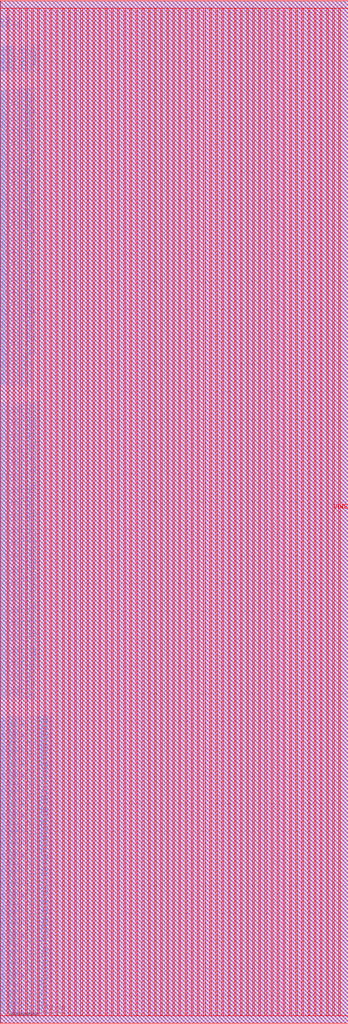
<source format=lef>
VERSION 5.7 ;
BUSBITCHARS "[]" ;
MACRO fakeram45_256x96
  FOREIGN fakeram45_256x96 0 0 ;
  SYMMETRY X Y R90 ;
  SIZE 63.460 BY 186.200 ;
  CLASS BLOCK ;
  PIN w_mask_in[0]
    DIRECTION INPUT ;
    USE SIGNAL ;
    SHAPE ABUTMENT ;
    PORT
      LAYER metal3 ;
      RECT 0.000 1.365 0.070 1.435 ;
    END
  END w_mask_in[0]
  PIN w_mask_in[1]
    DIRECTION INPUT ;
    USE SIGNAL ;
    SHAPE ABUTMENT ;
    PORT
      LAYER metal3 ;
      RECT 0.000 1.925 0.070 1.995 ;
    END
  END w_mask_in[1]
  PIN w_mask_in[2]
    DIRECTION INPUT ;
    USE SIGNAL ;
    SHAPE ABUTMENT ;
    PORT
      LAYER metal3 ;
      RECT 0.000 2.485 0.070 2.555 ;
    END
  END w_mask_in[2]
  PIN w_mask_in[3]
    DIRECTION INPUT ;
    USE SIGNAL ;
    SHAPE ABUTMENT ;
    PORT
      LAYER metal3 ;
      RECT 0.000 3.045 0.070 3.115 ;
    END
  END w_mask_in[3]
  PIN w_mask_in[4]
    DIRECTION INPUT ;
    USE SIGNAL ;
    SHAPE ABUTMENT ;
    PORT
      LAYER metal3 ;
      RECT 0.000 3.605 0.070 3.675 ;
    END
  END w_mask_in[4]
  PIN w_mask_in[5]
    DIRECTION INPUT ;
    USE SIGNAL ;
    SHAPE ABUTMENT ;
    PORT
      LAYER metal3 ;
      RECT 0.000 4.165 0.070 4.235 ;
    END
  END w_mask_in[5]
  PIN w_mask_in[6]
    DIRECTION INPUT ;
    USE SIGNAL ;
    SHAPE ABUTMENT ;
    PORT
      LAYER metal3 ;
      RECT 0.000 4.725 0.070 4.795 ;
    END
  END w_mask_in[6]
  PIN w_mask_in[7]
    DIRECTION INPUT ;
    USE SIGNAL ;
    SHAPE ABUTMENT ;
    PORT
      LAYER metal3 ;
      RECT 0.000 5.285 0.070 5.355 ;
    END
  END w_mask_in[7]
  PIN w_mask_in[8]
    DIRECTION INPUT ;
    USE SIGNAL ;
    SHAPE ABUTMENT ;
    PORT
      LAYER metal3 ;
      RECT 0.000 5.845 0.070 5.915 ;
    END
  END w_mask_in[8]
  PIN w_mask_in[9]
    DIRECTION INPUT ;
    USE SIGNAL ;
    SHAPE ABUTMENT ;
    PORT
      LAYER metal3 ;
      RECT 0.000 6.405 0.070 6.475 ;
    END
  END w_mask_in[9]
  PIN w_mask_in[10]
    DIRECTION INPUT ;
    USE SIGNAL ;
    SHAPE ABUTMENT ;
    PORT
      LAYER metal3 ;
      RECT 0.000 6.965 0.070 7.035 ;
    END
  END w_mask_in[10]
  PIN w_mask_in[11]
    DIRECTION INPUT ;
    USE SIGNAL ;
    SHAPE ABUTMENT ;
    PORT
      LAYER metal3 ;
      RECT 0.000 7.525 0.070 7.595 ;
    END
  END w_mask_in[11]
  PIN w_mask_in[12]
    DIRECTION INPUT ;
    USE SIGNAL ;
    SHAPE ABUTMENT ;
    PORT
      LAYER metal3 ;
      RECT 0.000 8.085 0.070 8.155 ;
    END
  END w_mask_in[12]
  PIN w_mask_in[13]
    DIRECTION INPUT ;
    USE SIGNAL ;
    SHAPE ABUTMENT ;
    PORT
      LAYER metal3 ;
      RECT 0.000 8.645 0.070 8.715 ;
    END
  END w_mask_in[13]
  PIN w_mask_in[14]
    DIRECTION INPUT ;
    USE SIGNAL ;
    SHAPE ABUTMENT ;
    PORT
      LAYER metal3 ;
      RECT 0.000 9.205 0.070 9.275 ;
    END
  END w_mask_in[14]
  PIN w_mask_in[15]
    DIRECTION INPUT ;
    USE SIGNAL ;
    SHAPE ABUTMENT ;
    PORT
      LAYER metal3 ;
      RECT 0.000 9.765 0.070 9.835 ;
    END
  END w_mask_in[15]
  PIN w_mask_in[16]
    DIRECTION INPUT ;
    USE SIGNAL ;
    SHAPE ABUTMENT ;
    PORT
      LAYER metal3 ;
      RECT 0.000 10.325 0.070 10.395 ;
    END
  END w_mask_in[16]
  PIN w_mask_in[17]
    DIRECTION INPUT ;
    USE SIGNAL ;
    SHAPE ABUTMENT ;
    PORT
      LAYER metal3 ;
      RECT 0.000 10.885 0.070 10.955 ;
    END
  END w_mask_in[17]
  PIN w_mask_in[18]
    DIRECTION INPUT ;
    USE SIGNAL ;
    SHAPE ABUTMENT ;
    PORT
      LAYER metal3 ;
      RECT 0.000 11.445 0.070 11.515 ;
    END
  END w_mask_in[18]
  PIN w_mask_in[19]
    DIRECTION INPUT ;
    USE SIGNAL ;
    SHAPE ABUTMENT ;
    PORT
      LAYER metal3 ;
      RECT 0.000 12.005 0.070 12.075 ;
    END
  END w_mask_in[19]
  PIN w_mask_in[20]
    DIRECTION INPUT ;
    USE SIGNAL ;
    SHAPE ABUTMENT ;
    PORT
      LAYER metal3 ;
      RECT 0.000 12.565 0.070 12.635 ;
    END
  END w_mask_in[20]
  PIN w_mask_in[21]
    DIRECTION INPUT ;
    USE SIGNAL ;
    SHAPE ABUTMENT ;
    PORT
      LAYER metal3 ;
      RECT 0.000 13.125 0.070 13.195 ;
    END
  END w_mask_in[21]
  PIN w_mask_in[22]
    DIRECTION INPUT ;
    USE SIGNAL ;
    SHAPE ABUTMENT ;
    PORT
      LAYER metal3 ;
      RECT 0.000 13.685 0.070 13.755 ;
    END
  END w_mask_in[22]
  PIN w_mask_in[23]
    DIRECTION INPUT ;
    USE SIGNAL ;
    SHAPE ABUTMENT ;
    PORT
      LAYER metal3 ;
      RECT 0.000 14.245 0.070 14.315 ;
    END
  END w_mask_in[23]
  PIN w_mask_in[24]
    DIRECTION INPUT ;
    USE SIGNAL ;
    SHAPE ABUTMENT ;
    PORT
      LAYER metal3 ;
      RECT 0.000 14.805 0.070 14.875 ;
    END
  END w_mask_in[24]
  PIN w_mask_in[25]
    DIRECTION INPUT ;
    USE SIGNAL ;
    SHAPE ABUTMENT ;
    PORT
      LAYER metal3 ;
      RECT 0.000 15.365 0.070 15.435 ;
    END
  END w_mask_in[25]
  PIN w_mask_in[26]
    DIRECTION INPUT ;
    USE SIGNAL ;
    SHAPE ABUTMENT ;
    PORT
      LAYER metal3 ;
      RECT 0.000 15.925 0.070 15.995 ;
    END
  END w_mask_in[26]
  PIN w_mask_in[27]
    DIRECTION INPUT ;
    USE SIGNAL ;
    SHAPE ABUTMENT ;
    PORT
      LAYER metal3 ;
      RECT 0.000 16.485 0.070 16.555 ;
    END
  END w_mask_in[27]
  PIN w_mask_in[28]
    DIRECTION INPUT ;
    USE SIGNAL ;
    SHAPE ABUTMENT ;
    PORT
      LAYER metal3 ;
      RECT 0.000 17.045 0.070 17.115 ;
    END
  END w_mask_in[28]
  PIN w_mask_in[29]
    DIRECTION INPUT ;
    USE SIGNAL ;
    SHAPE ABUTMENT ;
    PORT
      LAYER metal3 ;
      RECT 0.000 17.605 0.070 17.675 ;
    END
  END w_mask_in[29]
  PIN w_mask_in[30]
    DIRECTION INPUT ;
    USE SIGNAL ;
    SHAPE ABUTMENT ;
    PORT
      LAYER metal3 ;
      RECT 0.000 18.165 0.070 18.235 ;
    END
  END w_mask_in[30]
  PIN w_mask_in[31]
    DIRECTION INPUT ;
    USE SIGNAL ;
    SHAPE ABUTMENT ;
    PORT
      LAYER metal3 ;
      RECT 0.000 18.725 0.070 18.795 ;
    END
  END w_mask_in[31]
  PIN w_mask_in[32]
    DIRECTION INPUT ;
    USE SIGNAL ;
    SHAPE ABUTMENT ;
    PORT
      LAYER metal3 ;
      RECT 0.000 19.285 0.070 19.355 ;
    END
  END w_mask_in[32]
  PIN w_mask_in[33]
    DIRECTION INPUT ;
    USE SIGNAL ;
    SHAPE ABUTMENT ;
    PORT
      LAYER metal3 ;
      RECT 0.000 19.845 0.070 19.915 ;
    END
  END w_mask_in[33]
  PIN w_mask_in[34]
    DIRECTION INPUT ;
    USE SIGNAL ;
    SHAPE ABUTMENT ;
    PORT
      LAYER metal3 ;
      RECT 0.000 20.405 0.070 20.475 ;
    END
  END w_mask_in[34]
  PIN w_mask_in[35]
    DIRECTION INPUT ;
    USE SIGNAL ;
    SHAPE ABUTMENT ;
    PORT
      LAYER metal3 ;
      RECT 0.000 20.965 0.070 21.035 ;
    END
  END w_mask_in[35]
  PIN w_mask_in[36]
    DIRECTION INPUT ;
    USE SIGNAL ;
    SHAPE ABUTMENT ;
    PORT
      LAYER metal3 ;
      RECT 0.000 21.525 0.070 21.595 ;
    END
  END w_mask_in[36]
  PIN w_mask_in[37]
    DIRECTION INPUT ;
    USE SIGNAL ;
    SHAPE ABUTMENT ;
    PORT
      LAYER metal3 ;
      RECT 0.000 22.085 0.070 22.155 ;
    END
  END w_mask_in[37]
  PIN w_mask_in[38]
    DIRECTION INPUT ;
    USE SIGNAL ;
    SHAPE ABUTMENT ;
    PORT
      LAYER metal3 ;
      RECT 0.000 22.645 0.070 22.715 ;
    END
  END w_mask_in[38]
  PIN w_mask_in[39]
    DIRECTION INPUT ;
    USE SIGNAL ;
    SHAPE ABUTMENT ;
    PORT
      LAYER metal3 ;
      RECT 0.000 23.205 0.070 23.275 ;
    END
  END w_mask_in[39]
  PIN w_mask_in[40]
    DIRECTION INPUT ;
    USE SIGNAL ;
    SHAPE ABUTMENT ;
    PORT
      LAYER metal3 ;
      RECT 0.000 23.765 0.070 23.835 ;
    END
  END w_mask_in[40]
  PIN w_mask_in[41]
    DIRECTION INPUT ;
    USE SIGNAL ;
    SHAPE ABUTMENT ;
    PORT
      LAYER metal3 ;
      RECT 0.000 24.325 0.070 24.395 ;
    END
  END w_mask_in[41]
  PIN w_mask_in[42]
    DIRECTION INPUT ;
    USE SIGNAL ;
    SHAPE ABUTMENT ;
    PORT
      LAYER metal3 ;
      RECT 0.000 24.885 0.070 24.955 ;
    END
  END w_mask_in[42]
  PIN w_mask_in[43]
    DIRECTION INPUT ;
    USE SIGNAL ;
    SHAPE ABUTMENT ;
    PORT
      LAYER metal3 ;
      RECT 0.000 25.445 0.070 25.515 ;
    END
  END w_mask_in[43]
  PIN w_mask_in[44]
    DIRECTION INPUT ;
    USE SIGNAL ;
    SHAPE ABUTMENT ;
    PORT
      LAYER metal3 ;
      RECT 0.000 26.005 0.070 26.075 ;
    END
  END w_mask_in[44]
  PIN w_mask_in[45]
    DIRECTION INPUT ;
    USE SIGNAL ;
    SHAPE ABUTMENT ;
    PORT
      LAYER metal3 ;
      RECT 0.000 26.565 0.070 26.635 ;
    END
  END w_mask_in[45]
  PIN w_mask_in[46]
    DIRECTION INPUT ;
    USE SIGNAL ;
    SHAPE ABUTMENT ;
    PORT
      LAYER metal3 ;
      RECT 0.000 27.125 0.070 27.195 ;
    END
  END w_mask_in[46]
  PIN w_mask_in[47]
    DIRECTION INPUT ;
    USE SIGNAL ;
    SHAPE ABUTMENT ;
    PORT
      LAYER metal3 ;
      RECT 0.000 27.685 0.070 27.755 ;
    END
  END w_mask_in[47]
  PIN w_mask_in[48]
    DIRECTION INPUT ;
    USE SIGNAL ;
    SHAPE ABUTMENT ;
    PORT
      LAYER metal3 ;
      RECT 0.000 28.245 0.070 28.315 ;
    END
  END w_mask_in[48]
  PIN w_mask_in[49]
    DIRECTION INPUT ;
    USE SIGNAL ;
    SHAPE ABUTMENT ;
    PORT
      LAYER metal3 ;
      RECT 0.000 28.805 0.070 28.875 ;
    END
  END w_mask_in[49]
  PIN w_mask_in[50]
    DIRECTION INPUT ;
    USE SIGNAL ;
    SHAPE ABUTMENT ;
    PORT
      LAYER metal3 ;
      RECT 0.000 29.365 0.070 29.435 ;
    END
  END w_mask_in[50]
  PIN w_mask_in[51]
    DIRECTION INPUT ;
    USE SIGNAL ;
    SHAPE ABUTMENT ;
    PORT
      LAYER metal3 ;
      RECT 0.000 29.925 0.070 29.995 ;
    END
  END w_mask_in[51]
  PIN w_mask_in[52]
    DIRECTION INPUT ;
    USE SIGNAL ;
    SHAPE ABUTMENT ;
    PORT
      LAYER metal3 ;
      RECT 0.000 30.485 0.070 30.555 ;
    END
  END w_mask_in[52]
  PIN w_mask_in[53]
    DIRECTION INPUT ;
    USE SIGNAL ;
    SHAPE ABUTMENT ;
    PORT
      LAYER metal3 ;
      RECT 0.000 31.045 0.070 31.115 ;
    END
  END w_mask_in[53]
  PIN w_mask_in[54]
    DIRECTION INPUT ;
    USE SIGNAL ;
    SHAPE ABUTMENT ;
    PORT
      LAYER metal3 ;
      RECT 0.000 31.605 0.070 31.675 ;
    END
  END w_mask_in[54]
  PIN w_mask_in[55]
    DIRECTION INPUT ;
    USE SIGNAL ;
    SHAPE ABUTMENT ;
    PORT
      LAYER metal3 ;
      RECT 0.000 32.165 0.070 32.235 ;
    END
  END w_mask_in[55]
  PIN w_mask_in[56]
    DIRECTION INPUT ;
    USE SIGNAL ;
    SHAPE ABUTMENT ;
    PORT
      LAYER metal3 ;
      RECT 0.000 32.725 0.070 32.795 ;
    END
  END w_mask_in[56]
  PIN w_mask_in[57]
    DIRECTION INPUT ;
    USE SIGNAL ;
    SHAPE ABUTMENT ;
    PORT
      LAYER metal3 ;
      RECT 0.000 33.285 0.070 33.355 ;
    END
  END w_mask_in[57]
  PIN w_mask_in[58]
    DIRECTION INPUT ;
    USE SIGNAL ;
    SHAPE ABUTMENT ;
    PORT
      LAYER metal3 ;
      RECT 0.000 33.845 0.070 33.915 ;
    END
  END w_mask_in[58]
  PIN w_mask_in[59]
    DIRECTION INPUT ;
    USE SIGNAL ;
    SHAPE ABUTMENT ;
    PORT
      LAYER metal3 ;
      RECT 0.000 34.405 0.070 34.475 ;
    END
  END w_mask_in[59]
  PIN w_mask_in[60]
    DIRECTION INPUT ;
    USE SIGNAL ;
    SHAPE ABUTMENT ;
    PORT
      LAYER metal3 ;
      RECT 0.000 34.965 0.070 35.035 ;
    END
  END w_mask_in[60]
  PIN w_mask_in[61]
    DIRECTION INPUT ;
    USE SIGNAL ;
    SHAPE ABUTMENT ;
    PORT
      LAYER metal3 ;
      RECT 0.000 35.525 0.070 35.595 ;
    END
  END w_mask_in[61]
  PIN w_mask_in[62]
    DIRECTION INPUT ;
    USE SIGNAL ;
    SHAPE ABUTMENT ;
    PORT
      LAYER metal3 ;
      RECT 0.000 36.085 0.070 36.155 ;
    END
  END w_mask_in[62]
  PIN w_mask_in[63]
    DIRECTION INPUT ;
    USE SIGNAL ;
    SHAPE ABUTMENT ;
    PORT
      LAYER metal3 ;
      RECT 0.000 36.645 0.070 36.715 ;
    END
  END w_mask_in[63]
  PIN w_mask_in[64]
    DIRECTION INPUT ;
    USE SIGNAL ;
    SHAPE ABUTMENT ;
    PORT
      LAYER metal3 ;
      RECT 0.000 37.205 0.070 37.275 ;
    END
  END w_mask_in[64]
  PIN w_mask_in[65]
    DIRECTION INPUT ;
    USE SIGNAL ;
    SHAPE ABUTMENT ;
    PORT
      LAYER metal3 ;
      RECT 0.000 37.765 0.070 37.835 ;
    END
  END w_mask_in[65]
  PIN w_mask_in[66]
    DIRECTION INPUT ;
    USE SIGNAL ;
    SHAPE ABUTMENT ;
    PORT
      LAYER metal3 ;
      RECT 0.000 38.325 0.070 38.395 ;
    END
  END w_mask_in[66]
  PIN w_mask_in[67]
    DIRECTION INPUT ;
    USE SIGNAL ;
    SHAPE ABUTMENT ;
    PORT
      LAYER metal3 ;
      RECT 0.000 38.885 0.070 38.955 ;
    END
  END w_mask_in[67]
  PIN w_mask_in[68]
    DIRECTION INPUT ;
    USE SIGNAL ;
    SHAPE ABUTMENT ;
    PORT
      LAYER metal3 ;
      RECT 0.000 39.445 0.070 39.515 ;
    END
  END w_mask_in[68]
  PIN w_mask_in[69]
    DIRECTION INPUT ;
    USE SIGNAL ;
    SHAPE ABUTMENT ;
    PORT
      LAYER metal3 ;
      RECT 0.000 40.005 0.070 40.075 ;
    END
  END w_mask_in[69]
  PIN w_mask_in[70]
    DIRECTION INPUT ;
    USE SIGNAL ;
    SHAPE ABUTMENT ;
    PORT
      LAYER metal3 ;
      RECT 0.000 40.565 0.070 40.635 ;
    END
  END w_mask_in[70]
  PIN w_mask_in[71]
    DIRECTION INPUT ;
    USE SIGNAL ;
    SHAPE ABUTMENT ;
    PORT
      LAYER metal3 ;
      RECT 0.000 41.125 0.070 41.195 ;
    END
  END w_mask_in[71]
  PIN w_mask_in[72]
    DIRECTION INPUT ;
    USE SIGNAL ;
    SHAPE ABUTMENT ;
    PORT
      LAYER metal3 ;
      RECT 0.000 41.685 0.070 41.755 ;
    END
  END w_mask_in[72]
  PIN w_mask_in[73]
    DIRECTION INPUT ;
    USE SIGNAL ;
    SHAPE ABUTMENT ;
    PORT
      LAYER metal3 ;
      RECT 0.000 42.245 0.070 42.315 ;
    END
  END w_mask_in[73]
  PIN w_mask_in[74]
    DIRECTION INPUT ;
    USE SIGNAL ;
    SHAPE ABUTMENT ;
    PORT
      LAYER metal3 ;
      RECT 0.000 42.805 0.070 42.875 ;
    END
  END w_mask_in[74]
  PIN w_mask_in[75]
    DIRECTION INPUT ;
    USE SIGNAL ;
    SHAPE ABUTMENT ;
    PORT
      LAYER metal3 ;
      RECT 0.000 43.365 0.070 43.435 ;
    END
  END w_mask_in[75]
  PIN w_mask_in[76]
    DIRECTION INPUT ;
    USE SIGNAL ;
    SHAPE ABUTMENT ;
    PORT
      LAYER metal3 ;
      RECT 0.000 43.925 0.070 43.995 ;
    END
  END w_mask_in[76]
  PIN w_mask_in[77]
    DIRECTION INPUT ;
    USE SIGNAL ;
    SHAPE ABUTMENT ;
    PORT
      LAYER metal3 ;
      RECT 0.000 44.485 0.070 44.555 ;
    END
  END w_mask_in[77]
  PIN w_mask_in[78]
    DIRECTION INPUT ;
    USE SIGNAL ;
    SHAPE ABUTMENT ;
    PORT
      LAYER metal3 ;
      RECT 0.000 45.045 0.070 45.115 ;
    END
  END w_mask_in[78]
  PIN w_mask_in[79]
    DIRECTION INPUT ;
    USE SIGNAL ;
    SHAPE ABUTMENT ;
    PORT
      LAYER metal3 ;
      RECT 0.000 45.605 0.070 45.675 ;
    END
  END w_mask_in[79]
  PIN w_mask_in[80]
    DIRECTION INPUT ;
    USE SIGNAL ;
    SHAPE ABUTMENT ;
    PORT
      LAYER metal3 ;
      RECT 0.000 46.165 0.070 46.235 ;
    END
  END w_mask_in[80]
  PIN w_mask_in[81]
    DIRECTION INPUT ;
    USE SIGNAL ;
    SHAPE ABUTMENT ;
    PORT
      LAYER metal3 ;
      RECT 0.000 46.725 0.070 46.795 ;
    END
  END w_mask_in[81]
  PIN w_mask_in[82]
    DIRECTION INPUT ;
    USE SIGNAL ;
    SHAPE ABUTMENT ;
    PORT
      LAYER metal3 ;
      RECT 0.000 47.285 0.070 47.355 ;
    END
  END w_mask_in[82]
  PIN w_mask_in[83]
    DIRECTION INPUT ;
    USE SIGNAL ;
    SHAPE ABUTMENT ;
    PORT
      LAYER metal3 ;
      RECT 0.000 47.845 0.070 47.915 ;
    END
  END w_mask_in[83]
  PIN w_mask_in[84]
    DIRECTION INPUT ;
    USE SIGNAL ;
    SHAPE ABUTMENT ;
    PORT
      LAYER metal3 ;
      RECT 0.000 48.405 0.070 48.475 ;
    END
  END w_mask_in[84]
  PIN w_mask_in[85]
    DIRECTION INPUT ;
    USE SIGNAL ;
    SHAPE ABUTMENT ;
    PORT
      LAYER metal3 ;
      RECT 0.000 48.965 0.070 49.035 ;
    END
  END w_mask_in[85]
  PIN w_mask_in[86]
    DIRECTION INPUT ;
    USE SIGNAL ;
    SHAPE ABUTMENT ;
    PORT
      LAYER metal3 ;
      RECT 0.000 49.525 0.070 49.595 ;
    END
  END w_mask_in[86]
  PIN w_mask_in[87]
    DIRECTION INPUT ;
    USE SIGNAL ;
    SHAPE ABUTMENT ;
    PORT
      LAYER metal3 ;
      RECT 0.000 50.085 0.070 50.155 ;
    END
  END w_mask_in[87]
  PIN w_mask_in[88]
    DIRECTION INPUT ;
    USE SIGNAL ;
    SHAPE ABUTMENT ;
    PORT
      LAYER metal3 ;
      RECT 0.000 50.645 0.070 50.715 ;
    END
  END w_mask_in[88]
  PIN w_mask_in[89]
    DIRECTION INPUT ;
    USE SIGNAL ;
    SHAPE ABUTMENT ;
    PORT
      LAYER metal3 ;
      RECT 0.000 51.205 0.070 51.275 ;
    END
  END w_mask_in[89]
  PIN w_mask_in[90]
    DIRECTION INPUT ;
    USE SIGNAL ;
    SHAPE ABUTMENT ;
    PORT
      LAYER metal3 ;
      RECT 0.000 51.765 0.070 51.835 ;
    END
  END w_mask_in[90]
  PIN w_mask_in[91]
    DIRECTION INPUT ;
    USE SIGNAL ;
    SHAPE ABUTMENT ;
    PORT
      LAYER metal3 ;
      RECT 0.000 52.325 0.070 52.395 ;
    END
  END w_mask_in[91]
  PIN w_mask_in[92]
    DIRECTION INPUT ;
    USE SIGNAL ;
    SHAPE ABUTMENT ;
    PORT
      LAYER metal3 ;
      RECT 0.000 52.885 0.070 52.955 ;
    END
  END w_mask_in[92]
  PIN w_mask_in[93]
    DIRECTION INPUT ;
    USE SIGNAL ;
    SHAPE ABUTMENT ;
    PORT
      LAYER metal3 ;
      RECT 0.000 53.445 0.070 53.515 ;
    END
  END w_mask_in[93]
  PIN w_mask_in[94]
    DIRECTION INPUT ;
    USE SIGNAL ;
    SHAPE ABUTMENT ;
    PORT
      LAYER metal3 ;
      RECT 0.000 54.005 0.070 54.075 ;
    END
  END w_mask_in[94]
  PIN w_mask_in[95]
    DIRECTION INPUT ;
    USE SIGNAL ;
    SHAPE ABUTMENT ;
    PORT
      LAYER metal3 ;
      RECT 0.000 54.565 0.070 54.635 ;
    END
  END w_mask_in[95]
  PIN rd_out[0]
    DIRECTION OUTPUT ;
    USE SIGNAL ;
    SHAPE ABUTMENT ;
    PORT
      LAYER metal3 ;
      RECT 0.000 58.485 0.070 58.555 ;
    END
  END rd_out[0]
  PIN rd_out[1]
    DIRECTION OUTPUT ;
    USE SIGNAL ;
    SHAPE ABUTMENT ;
    PORT
      LAYER metal3 ;
      RECT 0.000 59.045 0.070 59.115 ;
    END
  END rd_out[1]
  PIN rd_out[2]
    DIRECTION OUTPUT ;
    USE SIGNAL ;
    SHAPE ABUTMENT ;
    PORT
      LAYER metal3 ;
      RECT 0.000 59.605 0.070 59.675 ;
    END
  END rd_out[2]
  PIN rd_out[3]
    DIRECTION OUTPUT ;
    USE SIGNAL ;
    SHAPE ABUTMENT ;
    PORT
      LAYER metal3 ;
      RECT 0.000 60.165 0.070 60.235 ;
    END
  END rd_out[3]
  PIN rd_out[4]
    DIRECTION OUTPUT ;
    USE SIGNAL ;
    SHAPE ABUTMENT ;
    PORT
      LAYER metal3 ;
      RECT 0.000 60.725 0.070 60.795 ;
    END
  END rd_out[4]
  PIN rd_out[5]
    DIRECTION OUTPUT ;
    USE SIGNAL ;
    SHAPE ABUTMENT ;
    PORT
      LAYER metal3 ;
      RECT 0.000 61.285 0.070 61.355 ;
    END
  END rd_out[5]
  PIN rd_out[6]
    DIRECTION OUTPUT ;
    USE SIGNAL ;
    SHAPE ABUTMENT ;
    PORT
      LAYER metal3 ;
      RECT 0.000 61.845 0.070 61.915 ;
    END
  END rd_out[6]
  PIN rd_out[7]
    DIRECTION OUTPUT ;
    USE SIGNAL ;
    SHAPE ABUTMENT ;
    PORT
      LAYER metal3 ;
      RECT 0.000 62.405 0.070 62.475 ;
    END
  END rd_out[7]
  PIN rd_out[8]
    DIRECTION OUTPUT ;
    USE SIGNAL ;
    SHAPE ABUTMENT ;
    PORT
      LAYER metal3 ;
      RECT 0.000 62.965 0.070 63.035 ;
    END
  END rd_out[8]
  PIN rd_out[9]
    DIRECTION OUTPUT ;
    USE SIGNAL ;
    SHAPE ABUTMENT ;
    PORT
      LAYER metal3 ;
      RECT 0.000 63.525 0.070 63.595 ;
    END
  END rd_out[9]
  PIN rd_out[10]
    DIRECTION OUTPUT ;
    USE SIGNAL ;
    SHAPE ABUTMENT ;
    PORT
      LAYER metal3 ;
      RECT 0.000 64.085 0.070 64.155 ;
    END
  END rd_out[10]
  PIN rd_out[11]
    DIRECTION OUTPUT ;
    USE SIGNAL ;
    SHAPE ABUTMENT ;
    PORT
      LAYER metal3 ;
      RECT 0.000 64.645 0.070 64.715 ;
    END
  END rd_out[11]
  PIN rd_out[12]
    DIRECTION OUTPUT ;
    USE SIGNAL ;
    SHAPE ABUTMENT ;
    PORT
      LAYER metal3 ;
      RECT 0.000 65.205 0.070 65.275 ;
    END
  END rd_out[12]
  PIN rd_out[13]
    DIRECTION OUTPUT ;
    USE SIGNAL ;
    SHAPE ABUTMENT ;
    PORT
      LAYER metal3 ;
      RECT 0.000 65.765 0.070 65.835 ;
    END
  END rd_out[13]
  PIN rd_out[14]
    DIRECTION OUTPUT ;
    USE SIGNAL ;
    SHAPE ABUTMENT ;
    PORT
      LAYER metal3 ;
      RECT 0.000 66.325 0.070 66.395 ;
    END
  END rd_out[14]
  PIN rd_out[15]
    DIRECTION OUTPUT ;
    USE SIGNAL ;
    SHAPE ABUTMENT ;
    PORT
      LAYER metal3 ;
      RECT 0.000 66.885 0.070 66.955 ;
    END
  END rd_out[15]
  PIN rd_out[16]
    DIRECTION OUTPUT ;
    USE SIGNAL ;
    SHAPE ABUTMENT ;
    PORT
      LAYER metal3 ;
      RECT 0.000 67.445 0.070 67.515 ;
    END
  END rd_out[16]
  PIN rd_out[17]
    DIRECTION OUTPUT ;
    USE SIGNAL ;
    SHAPE ABUTMENT ;
    PORT
      LAYER metal3 ;
      RECT 0.000 68.005 0.070 68.075 ;
    END
  END rd_out[17]
  PIN rd_out[18]
    DIRECTION OUTPUT ;
    USE SIGNAL ;
    SHAPE ABUTMENT ;
    PORT
      LAYER metal3 ;
      RECT 0.000 68.565 0.070 68.635 ;
    END
  END rd_out[18]
  PIN rd_out[19]
    DIRECTION OUTPUT ;
    USE SIGNAL ;
    SHAPE ABUTMENT ;
    PORT
      LAYER metal3 ;
      RECT 0.000 69.125 0.070 69.195 ;
    END
  END rd_out[19]
  PIN rd_out[20]
    DIRECTION OUTPUT ;
    USE SIGNAL ;
    SHAPE ABUTMENT ;
    PORT
      LAYER metal3 ;
      RECT 0.000 69.685 0.070 69.755 ;
    END
  END rd_out[20]
  PIN rd_out[21]
    DIRECTION OUTPUT ;
    USE SIGNAL ;
    SHAPE ABUTMENT ;
    PORT
      LAYER metal3 ;
      RECT 0.000 70.245 0.070 70.315 ;
    END
  END rd_out[21]
  PIN rd_out[22]
    DIRECTION OUTPUT ;
    USE SIGNAL ;
    SHAPE ABUTMENT ;
    PORT
      LAYER metal3 ;
      RECT 0.000 70.805 0.070 70.875 ;
    END
  END rd_out[22]
  PIN rd_out[23]
    DIRECTION OUTPUT ;
    USE SIGNAL ;
    SHAPE ABUTMENT ;
    PORT
      LAYER metal3 ;
      RECT 0.000 71.365 0.070 71.435 ;
    END
  END rd_out[23]
  PIN rd_out[24]
    DIRECTION OUTPUT ;
    USE SIGNAL ;
    SHAPE ABUTMENT ;
    PORT
      LAYER metal3 ;
      RECT 0.000 71.925 0.070 71.995 ;
    END
  END rd_out[24]
  PIN rd_out[25]
    DIRECTION OUTPUT ;
    USE SIGNAL ;
    SHAPE ABUTMENT ;
    PORT
      LAYER metal3 ;
      RECT 0.000 72.485 0.070 72.555 ;
    END
  END rd_out[25]
  PIN rd_out[26]
    DIRECTION OUTPUT ;
    USE SIGNAL ;
    SHAPE ABUTMENT ;
    PORT
      LAYER metal3 ;
      RECT 0.000 73.045 0.070 73.115 ;
    END
  END rd_out[26]
  PIN rd_out[27]
    DIRECTION OUTPUT ;
    USE SIGNAL ;
    SHAPE ABUTMENT ;
    PORT
      LAYER metal3 ;
      RECT 0.000 73.605 0.070 73.675 ;
    END
  END rd_out[27]
  PIN rd_out[28]
    DIRECTION OUTPUT ;
    USE SIGNAL ;
    SHAPE ABUTMENT ;
    PORT
      LAYER metal3 ;
      RECT 0.000 74.165 0.070 74.235 ;
    END
  END rd_out[28]
  PIN rd_out[29]
    DIRECTION OUTPUT ;
    USE SIGNAL ;
    SHAPE ABUTMENT ;
    PORT
      LAYER metal3 ;
      RECT 0.000 74.725 0.070 74.795 ;
    END
  END rd_out[29]
  PIN rd_out[30]
    DIRECTION OUTPUT ;
    USE SIGNAL ;
    SHAPE ABUTMENT ;
    PORT
      LAYER metal3 ;
      RECT 0.000 75.285 0.070 75.355 ;
    END
  END rd_out[30]
  PIN rd_out[31]
    DIRECTION OUTPUT ;
    USE SIGNAL ;
    SHAPE ABUTMENT ;
    PORT
      LAYER metal3 ;
      RECT 0.000 75.845 0.070 75.915 ;
    END
  END rd_out[31]
  PIN rd_out[32]
    DIRECTION OUTPUT ;
    USE SIGNAL ;
    SHAPE ABUTMENT ;
    PORT
      LAYER metal3 ;
      RECT 0.000 76.405 0.070 76.475 ;
    END
  END rd_out[32]
  PIN rd_out[33]
    DIRECTION OUTPUT ;
    USE SIGNAL ;
    SHAPE ABUTMENT ;
    PORT
      LAYER metal3 ;
      RECT 0.000 76.965 0.070 77.035 ;
    END
  END rd_out[33]
  PIN rd_out[34]
    DIRECTION OUTPUT ;
    USE SIGNAL ;
    SHAPE ABUTMENT ;
    PORT
      LAYER metal3 ;
      RECT 0.000 77.525 0.070 77.595 ;
    END
  END rd_out[34]
  PIN rd_out[35]
    DIRECTION OUTPUT ;
    USE SIGNAL ;
    SHAPE ABUTMENT ;
    PORT
      LAYER metal3 ;
      RECT 0.000 78.085 0.070 78.155 ;
    END
  END rd_out[35]
  PIN rd_out[36]
    DIRECTION OUTPUT ;
    USE SIGNAL ;
    SHAPE ABUTMENT ;
    PORT
      LAYER metal3 ;
      RECT 0.000 78.645 0.070 78.715 ;
    END
  END rd_out[36]
  PIN rd_out[37]
    DIRECTION OUTPUT ;
    USE SIGNAL ;
    SHAPE ABUTMENT ;
    PORT
      LAYER metal3 ;
      RECT 0.000 79.205 0.070 79.275 ;
    END
  END rd_out[37]
  PIN rd_out[38]
    DIRECTION OUTPUT ;
    USE SIGNAL ;
    SHAPE ABUTMENT ;
    PORT
      LAYER metal3 ;
      RECT 0.000 79.765 0.070 79.835 ;
    END
  END rd_out[38]
  PIN rd_out[39]
    DIRECTION OUTPUT ;
    USE SIGNAL ;
    SHAPE ABUTMENT ;
    PORT
      LAYER metal3 ;
      RECT 0.000 80.325 0.070 80.395 ;
    END
  END rd_out[39]
  PIN rd_out[40]
    DIRECTION OUTPUT ;
    USE SIGNAL ;
    SHAPE ABUTMENT ;
    PORT
      LAYER metal3 ;
      RECT 0.000 80.885 0.070 80.955 ;
    END
  END rd_out[40]
  PIN rd_out[41]
    DIRECTION OUTPUT ;
    USE SIGNAL ;
    SHAPE ABUTMENT ;
    PORT
      LAYER metal3 ;
      RECT 0.000 81.445 0.070 81.515 ;
    END
  END rd_out[41]
  PIN rd_out[42]
    DIRECTION OUTPUT ;
    USE SIGNAL ;
    SHAPE ABUTMENT ;
    PORT
      LAYER metal3 ;
      RECT 0.000 82.005 0.070 82.075 ;
    END
  END rd_out[42]
  PIN rd_out[43]
    DIRECTION OUTPUT ;
    USE SIGNAL ;
    SHAPE ABUTMENT ;
    PORT
      LAYER metal3 ;
      RECT 0.000 82.565 0.070 82.635 ;
    END
  END rd_out[43]
  PIN rd_out[44]
    DIRECTION OUTPUT ;
    USE SIGNAL ;
    SHAPE ABUTMENT ;
    PORT
      LAYER metal3 ;
      RECT 0.000 83.125 0.070 83.195 ;
    END
  END rd_out[44]
  PIN rd_out[45]
    DIRECTION OUTPUT ;
    USE SIGNAL ;
    SHAPE ABUTMENT ;
    PORT
      LAYER metal3 ;
      RECT 0.000 83.685 0.070 83.755 ;
    END
  END rd_out[45]
  PIN rd_out[46]
    DIRECTION OUTPUT ;
    USE SIGNAL ;
    SHAPE ABUTMENT ;
    PORT
      LAYER metal3 ;
      RECT 0.000 84.245 0.070 84.315 ;
    END
  END rd_out[46]
  PIN rd_out[47]
    DIRECTION OUTPUT ;
    USE SIGNAL ;
    SHAPE ABUTMENT ;
    PORT
      LAYER metal3 ;
      RECT 0.000 84.805 0.070 84.875 ;
    END
  END rd_out[47]
  PIN rd_out[48]
    DIRECTION OUTPUT ;
    USE SIGNAL ;
    SHAPE ABUTMENT ;
    PORT
      LAYER metal3 ;
      RECT 0.000 85.365 0.070 85.435 ;
    END
  END rd_out[48]
  PIN rd_out[49]
    DIRECTION OUTPUT ;
    USE SIGNAL ;
    SHAPE ABUTMENT ;
    PORT
      LAYER metal3 ;
      RECT 0.000 85.925 0.070 85.995 ;
    END
  END rd_out[49]
  PIN rd_out[50]
    DIRECTION OUTPUT ;
    USE SIGNAL ;
    SHAPE ABUTMENT ;
    PORT
      LAYER metal3 ;
      RECT 0.000 86.485 0.070 86.555 ;
    END
  END rd_out[50]
  PIN rd_out[51]
    DIRECTION OUTPUT ;
    USE SIGNAL ;
    SHAPE ABUTMENT ;
    PORT
      LAYER metal3 ;
      RECT 0.000 87.045 0.070 87.115 ;
    END
  END rd_out[51]
  PIN rd_out[52]
    DIRECTION OUTPUT ;
    USE SIGNAL ;
    SHAPE ABUTMENT ;
    PORT
      LAYER metal3 ;
      RECT 0.000 87.605 0.070 87.675 ;
    END
  END rd_out[52]
  PIN rd_out[53]
    DIRECTION OUTPUT ;
    USE SIGNAL ;
    SHAPE ABUTMENT ;
    PORT
      LAYER metal3 ;
      RECT 0.000 88.165 0.070 88.235 ;
    END
  END rd_out[53]
  PIN rd_out[54]
    DIRECTION OUTPUT ;
    USE SIGNAL ;
    SHAPE ABUTMENT ;
    PORT
      LAYER metal3 ;
      RECT 0.000 88.725 0.070 88.795 ;
    END
  END rd_out[54]
  PIN rd_out[55]
    DIRECTION OUTPUT ;
    USE SIGNAL ;
    SHAPE ABUTMENT ;
    PORT
      LAYER metal3 ;
      RECT 0.000 89.285 0.070 89.355 ;
    END
  END rd_out[55]
  PIN rd_out[56]
    DIRECTION OUTPUT ;
    USE SIGNAL ;
    SHAPE ABUTMENT ;
    PORT
      LAYER metal3 ;
      RECT 0.000 89.845 0.070 89.915 ;
    END
  END rd_out[56]
  PIN rd_out[57]
    DIRECTION OUTPUT ;
    USE SIGNAL ;
    SHAPE ABUTMENT ;
    PORT
      LAYER metal3 ;
      RECT 0.000 90.405 0.070 90.475 ;
    END
  END rd_out[57]
  PIN rd_out[58]
    DIRECTION OUTPUT ;
    USE SIGNAL ;
    SHAPE ABUTMENT ;
    PORT
      LAYER metal3 ;
      RECT 0.000 90.965 0.070 91.035 ;
    END
  END rd_out[58]
  PIN rd_out[59]
    DIRECTION OUTPUT ;
    USE SIGNAL ;
    SHAPE ABUTMENT ;
    PORT
      LAYER metal3 ;
      RECT 0.000 91.525 0.070 91.595 ;
    END
  END rd_out[59]
  PIN rd_out[60]
    DIRECTION OUTPUT ;
    USE SIGNAL ;
    SHAPE ABUTMENT ;
    PORT
      LAYER metal3 ;
      RECT 0.000 92.085 0.070 92.155 ;
    END
  END rd_out[60]
  PIN rd_out[61]
    DIRECTION OUTPUT ;
    USE SIGNAL ;
    SHAPE ABUTMENT ;
    PORT
      LAYER metal3 ;
      RECT 0.000 92.645 0.070 92.715 ;
    END
  END rd_out[61]
  PIN rd_out[62]
    DIRECTION OUTPUT ;
    USE SIGNAL ;
    SHAPE ABUTMENT ;
    PORT
      LAYER metal3 ;
      RECT 0.000 93.205 0.070 93.275 ;
    END
  END rd_out[62]
  PIN rd_out[63]
    DIRECTION OUTPUT ;
    USE SIGNAL ;
    SHAPE ABUTMENT ;
    PORT
      LAYER metal3 ;
      RECT 0.000 93.765 0.070 93.835 ;
    END
  END rd_out[63]
  PIN rd_out[64]
    DIRECTION OUTPUT ;
    USE SIGNAL ;
    SHAPE ABUTMENT ;
    PORT
      LAYER metal3 ;
      RECT 0.000 94.325 0.070 94.395 ;
    END
  END rd_out[64]
  PIN rd_out[65]
    DIRECTION OUTPUT ;
    USE SIGNAL ;
    SHAPE ABUTMENT ;
    PORT
      LAYER metal3 ;
      RECT 0.000 94.885 0.070 94.955 ;
    END
  END rd_out[65]
  PIN rd_out[66]
    DIRECTION OUTPUT ;
    USE SIGNAL ;
    SHAPE ABUTMENT ;
    PORT
      LAYER metal3 ;
      RECT 0.000 95.445 0.070 95.515 ;
    END
  END rd_out[66]
  PIN rd_out[67]
    DIRECTION OUTPUT ;
    USE SIGNAL ;
    SHAPE ABUTMENT ;
    PORT
      LAYER metal3 ;
      RECT 0.000 96.005 0.070 96.075 ;
    END
  END rd_out[67]
  PIN rd_out[68]
    DIRECTION OUTPUT ;
    USE SIGNAL ;
    SHAPE ABUTMENT ;
    PORT
      LAYER metal3 ;
      RECT 0.000 96.565 0.070 96.635 ;
    END
  END rd_out[68]
  PIN rd_out[69]
    DIRECTION OUTPUT ;
    USE SIGNAL ;
    SHAPE ABUTMENT ;
    PORT
      LAYER metal3 ;
      RECT 0.000 97.125 0.070 97.195 ;
    END
  END rd_out[69]
  PIN rd_out[70]
    DIRECTION OUTPUT ;
    USE SIGNAL ;
    SHAPE ABUTMENT ;
    PORT
      LAYER metal3 ;
      RECT 0.000 97.685 0.070 97.755 ;
    END
  END rd_out[70]
  PIN rd_out[71]
    DIRECTION OUTPUT ;
    USE SIGNAL ;
    SHAPE ABUTMENT ;
    PORT
      LAYER metal3 ;
      RECT 0.000 98.245 0.070 98.315 ;
    END
  END rd_out[71]
  PIN rd_out[72]
    DIRECTION OUTPUT ;
    USE SIGNAL ;
    SHAPE ABUTMENT ;
    PORT
      LAYER metal3 ;
      RECT 0.000 98.805 0.070 98.875 ;
    END
  END rd_out[72]
  PIN rd_out[73]
    DIRECTION OUTPUT ;
    USE SIGNAL ;
    SHAPE ABUTMENT ;
    PORT
      LAYER metal3 ;
      RECT 0.000 99.365 0.070 99.435 ;
    END
  END rd_out[73]
  PIN rd_out[74]
    DIRECTION OUTPUT ;
    USE SIGNAL ;
    SHAPE ABUTMENT ;
    PORT
      LAYER metal3 ;
      RECT 0.000 99.925 0.070 99.995 ;
    END
  END rd_out[74]
  PIN rd_out[75]
    DIRECTION OUTPUT ;
    USE SIGNAL ;
    SHAPE ABUTMENT ;
    PORT
      LAYER metal3 ;
      RECT 0.000 100.485 0.070 100.555 ;
    END
  END rd_out[75]
  PIN rd_out[76]
    DIRECTION OUTPUT ;
    USE SIGNAL ;
    SHAPE ABUTMENT ;
    PORT
      LAYER metal3 ;
      RECT 0.000 101.045 0.070 101.115 ;
    END
  END rd_out[76]
  PIN rd_out[77]
    DIRECTION OUTPUT ;
    USE SIGNAL ;
    SHAPE ABUTMENT ;
    PORT
      LAYER metal3 ;
      RECT 0.000 101.605 0.070 101.675 ;
    END
  END rd_out[77]
  PIN rd_out[78]
    DIRECTION OUTPUT ;
    USE SIGNAL ;
    SHAPE ABUTMENT ;
    PORT
      LAYER metal3 ;
      RECT 0.000 102.165 0.070 102.235 ;
    END
  END rd_out[78]
  PIN rd_out[79]
    DIRECTION OUTPUT ;
    USE SIGNAL ;
    SHAPE ABUTMENT ;
    PORT
      LAYER metal3 ;
      RECT 0.000 102.725 0.070 102.795 ;
    END
  END rd_out[79]
  PIN rd_out[80]
    DIRECTION OUTPUT ;
    USE SIGNAL ;
    SHAPE ABUTMENT ;
    PORT
      LAYER metal3 ;
      RECT 0.000 103.285 0.070 103.355 ;
    END
  END rd_out[80]
  PIN rd_out[81]
    DIRECTION OUTPUT ;
    USE SIGNAL ;
    SHAPE ABUTMENT ;
    PORT
      LAYER metal3 ;
      RECT 0.000 103.845 0.070 103.915 ;
    END
  END rd_out[81]
  PIN rd_out[82]
    DIRECTION OUTPUT ;
    USE SIGNAL ;
    SHAPE ABUTMENT ;
    PORT
      LAYER metal3 ;
      RECT 0.000 104.405 0.070 104.475 ;
    END
  END rd_out[82]
  PIN rd_out[83]
    DIRECTION OUTPUT ;
    USE SIGNAL ;
    SHAPE ABUTMENT ;
    PORT
      LAYER metal3 ;
      RECT 0.000 104.965 0.070 105.035 ;
    END
  END rd_out[83]
  PIN rd_out[84]
    DIRECTION OUTPUT ;
    USE SIGNAL ;
    SHAPE ABUTMENT ;
    PORT
      LAYER metal3 ;
      RECT 0.000 105.525 0.070 105.595 ;
    END
  END rd_out[84]
  PIN rd_out[85]
    DIRECTION OUTPUT ;
    USE SIGNAL ;
    SHAPE ABUTMENT ;
    PORT
      LAYER metal3 ;
      RECT 0.000 106.085 0.070 106.155 ;
    END
  END rd_out[85]
  PIN rd_out[86]
    DIRECTION OUTPUT ;
    USE SIGNAL ;
    SHAPE ABUTMENT ;
    PORT
      LAYER metal3 ;
      RECT 0.000 106.645 0.070 106.715 ;
    END
  END rd_out[86]
  PIN rd_out[87]
    DIRECTION OUTPUT ;
    USE SIGNAL ;
    SHAPE ABUTMENT ;
    PORT
      LAYER metal3 ;
      RECT 0.000 107.205 0.070 107.275 ;
    END
  END rd_out[87]
  PIN rd_out[88]
    DIRECTION OUTPUT ;
    USE SIGNAL ;
    SHAPE ABUTMENT ;
    PORT
      LAYER metal3 ;
      RECT 0.000 107.765 0.070 107.835 ;
    END
  END rd_out[88]
  PIN rd_out[89]
    DIRECTION OUTPUT ;
    USE SIGNAL ;
    SHAPE ABUTMENT ;
    PORT
      LAYER metal3 ;
      RECT 0.000 108.325 0.070 108.395 ;
    END
  END rd_out[89]
  PIN rd_out[90]
    DIRECTION OUTPUT ;
    USE SIGNAL ;
    SHAPE ABUTMENT ;
    PORT
      LAYER metal3 ;
      RECT 0.000 108.885 0.070 108.955 ;
    END
  END rd_out[90]
  PIN rd_out[91]
    DIRECTION OUTPUT ;
    USE SIGNAL ;
    SHAPE ABUTMENT ;
    PORT
      LAYER metal3 ;
      RECT 0.000 109.445 0.070 109.515 ;
    END
  END rd_out[91]
  PIN rd_out[92]
    DIRECTION OUTPUT ;
    USE SIGNAL ;
    SHAPE ABUTMENT ;
    PORT
      LAYER metal3 ;
      RECT 0.000 110.005 0.070 110.075 ;
    END
  END rd_out[92]
  PIN rd_out[93]
    DIRECTION OUTPUT ;
    USE SIGNAL ;
    SHAPE ABUTMENT ;
    PORT
      LAYER metal3 ;
      RECT 0.000 110.565 0.070 110.635 ;
    END
  END rd_out[93]
  PIN rd_out[94]
    DIRECTION OUTPUT ;
    USE SIGNAL ;
    SHAPE ABUTMENT ;
    PORT
      LAYER metal3 ;
      RECT 0.000 111.125 0.070 111.195 ;
    END
  END rd_out[94]
  PIN rd_out[95]
    DIRECTION OUTPUT ;
    USE SIGNAL ;
    SHAPE ABUTMENT ;
    PORT
      LAYER metal3 ;
      RECT 0.000 111.685 0.070 111.755 ;
    END
  END rd_out[95]
  PIN wd_in[0]
    DIRECTION INPUT ;
    USE SIGNAL ;
    SHAPE ABUTMENT ;
    PORT
      LAYER metal3 ;
      RECT 0.000 115.605 0.070 115.675 ;
    END
  END wd_in[0]
  PIN wd_in[1]
    DIRECTION INPUT ;
    USE SIGNAL ;
    SHAPE ABUTMENT ;
    PORT
      LAYER metal3 ;
      RECT 0.000 116.165 0.070 116.235 ;
    END
  END wd_in[1]
  PIN wd_in[2]
    DIRECTION INPUT ;
    USE SIGNAL ;
    SHAPE ABUTMENT ;
    PORT
      LAYER metal3 ;
      RECT 0.000 116.725 0.070 116.795 ;
    END
  END wd_in[2]
  PIN wd_in[3]
    DIRECTION INPUT ;
    USE SIGNAL ;
    SHAPE ABUTMENT ;
    PORT
      LAYER metal3 ;
      RECT 0.000 117.285 0.070 117.355 ;
    END
  END wd_in[3]
  PIN wd_in[4]
    DIRECTION INPUT ;
    USE SIGNAL ;
    SHAPE ABUTMENT ;
    PORT
      LAYER metal3 ;
      RECT 0.000 117.845 0.070 117.915 ;
    END
  END wd_in[4]
  PIN wd_in[5]
    DIRECTION INPUT ;
    USE SIGNAL ;
    SHAPE ABUTMENT ;
    PORT
      LAYER metal3 ;
      RECT 0.000 118.405 0.070 118.475 ;
    END
  END wd_in[5]
  PIN wd_in[6]
    DIRECTION INPUT ;
    USE SIGNAL ;
    SHAPE ABUTMENT ;
    PORT
      LAYER metal3 ;
      RECT 0.000 118.965 0.070 119.035 ;
    END
  END wd_in[6]
  PIN wd_in[7]
    DIRECTION INPUT ;
    USE SIGNAL ;
    SHAPE ABUTMENT ;
    PORT
      LAYER metal3 ;
      RECT 0.000 119.525 0.070 119.595 ;
    END
  END wd_in[7]
  PIN wd_in[8]
    DIRECTION INPUT ;
    USE SIGNAL ;
    SHAPE ABUTMENT ;
    PORT
      LAYER metal3 ;
      RECT 0.000 120.085 0.070 120.155 ;
    END
  END wd_in[8]
  PIN wd_in[9]
    DIRECTION INPUT ;
    USE SIGNAL ;
    SHAPE ABUTMENT ;
    PORT
      LAYER metal3 ;
      RECT 0.000 120.645 0.070 120.715 ;
    END
  END wd_in[9]
  PIN wd_in[10]
    DIRECTION INPUT ;
    USE SIGNAL ;
    SHAPE ABUTMENT ;
    PORT
      LAYER metal3 ;
      RECT 0.000 121.205 0.070 121.275 ;
    END
  END wd_in[10]
  PIN wd_in[11]
    DIRECTION INPUT ;
    USE SIGNAL ;
    SHAPE ABUTMENT ;
    PORT
      LAYER metal3 ;
      RECT 0.000 121.765 0.070 121.835 ;
    END
  END wd_in[11]
  PIN wd_in[12]
    DIRECTION INPUT ;
    USE SIGNAL ;
    SHAPE ABUTMENT ;
    PORT
      LAYER metal3 ;
      RECT 0.000 122.325 0.070 122.395 ;
    END
  END wd_in[12]
  PIN wd_in[13]
    DIRECTION INPUT ;
    USE SIGNAL ;
    SHAPE ABUTMENT ;
    PORT
      LAYER metal3 ;
      RECT 0.000 122.885 0.070 122.955 ;
    END
  END wd_in[13]
  PIN wd_in[14]
    DIRECTION INPUT ;
    USE SIGNAL ;
    SHAPE ABUTMENT ;
    PORT
      LAYER metal3 ;
      RECT 0.000 123.445 0.070 123.515 ;
    END
  END wd_in[14]
  PIN wd_in[15]
    DIRECTION INPUT ;
    USE SIGNAL ;
    SHAPE ABUTMENT ;
    PORT
      LAYER metal3 ;
      RECT 0.000 124.005 0.070 124.075 ;
    END
  END wd_in[15]
  PIN wd_in[16]
    DIRECTION INPUT ;
    USE SIGNAL ;
    SHAPE ABUTMENT ;
    PORT
      LAYER metal3 ;
      RECT 0.000 124.565 0.070 124.635 ;
    END
  END wd_in[16]
  PIN wd_in[17]
    DIRECTION INPUT ;
    USE SIGNAL ;
    SHAPE ABUTMENT ;
    PORT
      LAYER metal3 ;
      RECT 0.000 125.125 0.070 125.195 ;
    END
  END wd_in[17]
  PIN wd_in[18]
    DIRECTION INPUT ;
    USE SIGNAL ;
    SHAPE ABUTMENT ;
    PORT
      LAYER metal3 ;
      RECT 0.000 125.685 0.070 125.755 ;
    END
  END wd_in[18]
  PIN wd_in[19]
    DIRECTION INPUT ;
    USE SIGNAL ;
    SHAPE ABUTMENT ;
    PORT
      LAYER metal3 ;
      RECT 0.000 126.245 0.070 126.315 ;
    END
  END wd_in[19]
  PIN wd_in[20]
    DIRECTION INPUT ;
    USE SIGNAL ;
    SHAPE ABUTMENT ;
    PORT
      LAYER metal3 ;
      RECT 0.000 126.805 0.070 126.875 ;
    END
  END wd_in[20]
  PIN wd_in[21]
    DIRECTION INPUT ;
    USE SIGNAL ;
    SHAPE ABUTMENT ;
    PORT
      LAYER metal3 ;
      RECT 0.000 127.365 0.070 127.435 ;
    END
  END wd_in[21]
  PIN wd_in[22]
    DIRECTION INPUT ;
    USE SIGNAL ;
    SHAPE ABUTMENT ;
    PORT
      LAYER metal3 ;
      RECT 0.000 127.925 0.070 127.995 ;
    END
  END wd_in[22]
  PIN wd_in[23]
    DIRECTION INPUT ;
    USE SIGNAL ;
    SHAPE ABUTMENT ;
    PORT
      LAYER metal3 ;
      RECT 0.000 128.485 0.070 128.555 ;
    END
  END wd_in[23]
  PIN wd_in[24]
    DIRECTION INPUT ;
    USE SIGNAL ;
    SHAPE ABUTMENT ;
    PORT
      LAYER metal3 ;
      RECT 0.000 129.045 0.070 129.115 ;
    END
  END wd_in[24]
  PIN wd_in[25]
    DIRECTION INPUT ;
    USE SIGNAL ;
    SHAPE ABUTMENT ;
    PORT
      LAYER metal3 ;
      RECT 0.000 129.605 0.070 129.675 ;
    END
  END wd_in[25]
  PIN wd_in[26]
    DIRECTION INPUT ;
    USE SIGNAL ;
    SHAPE ABUTMENT ;
    PORT
      LAYER metal3 ;
      RECT 0.000 130.165 0.070 130.235 ;
    END
  END wd_in[26]
  PIN wd_in[27]
    DIRECTION INPUT ;
    USE SIGNAL ;
    SHAPE ABUTMENT ;
    PORT
      LAYER metal3 ;
      RECT 0.000 130.725 0.070 130.795 ;
    END
  END wd_in[27]
  PIN wd_in[28]
    DIRECTION INPUT ;
    USE SIGNAL ;
    SHAPE ABUTMENT ;
    PORT
      LAYER metal3 ;
      RECT 0.000 131.285 0.070 131.355 ;
    END
  END wd_in[28]
  PIN wd_in[29]
    DIRECTION INPUT ;
    USE SIGNAL ;
    SHAPE ABUTMENT ;
    PORT
      LAYER metal3 ;
      RECT 0.000 131.845 0.070 131.915 ;
    END
  END wd_in[29]
  PIN wd_in[30]
    DIRECTION INPUT ;
    USE SIGNAL ;
    SHAPE ABUTMENT ;
    PORT
      LAYER metal3 ;
      RECT 0.000 132.405 0.070 132.475 ;
    END
  END wd_in[30]
  PIN wd_in[31]
    DIRECTION INPUT ;
    USE SIGNAL ;
    SHAPE ABUTMENT ;
    PORT
      LAYER metal3 ;
      RECT 0.000 132.965 0.070 133.035 ;
    END
  END wd_in[31]
  PIN wd_in[32]
    DIRECTION INPUT ;
    USE SIGNAL ;
    SHAPE ABUTMENT ;
    PORT
      LAYER metal3 ;
      RECT 0.000 133.525 0.070 133.595 ;
    END
  END wd_in[32]
  PIN wd_in[33]
    DIRECTION INPUT ;
    USE SIGNAL ;
    SHAPE ABUTMENT ;
    PORT
      LAYER metal3 ;
      RECT 0.000 134.085 0.070 134.155 ;
    END
  END wd_in[33]
  PIN wd_in[34]
    DIRECTION INPUT ;
    USE SIGNAL ;
    SHAPE ABUTMENT ;
    PORT
      LAYER metal3 ;
      RECT 0.000 134.645 0.070 134.715 ;
    END
  END wd_in[34]
  PIN wd_in[35]
    DIRECTION INPUT ;
    USE SIGNAL ;
    SHAPE ABUTMENT ;
    PORT
      LAYER metal3 ;
      RECT 0.000 135.205 0.070 135.275 ;
    END
  END wd_in[35]
  PIN wd_in[36]
    DIRECTION INPUT ;
    USE SIGNAL ;
    SHAPE ABUTMENT ;
    PORT
      LAYER metal3 ;
      RECT 0.000 135.765 0.070 135.835 ;
    END
  END wd_in[36]
  PIN wd_in[37]
    DIRECTION INPUT ;
    USE SIGNAL ;
    SHAPE ABUTMENT ;
    PORT
      LAYER metal3 ;
      RECT 0.000 136.325 0.070 136.395 ;
    END
  END wd_in[37]
  PIN wd_in[38]
    DIRECTION INPUT ;
    USE SIGNAL ;
    SHAPE ABUTMENT ;
    PORT
      LAYER metal3 ;
      RECT 0.000 136.885 0.070 136.955 ;
    END
  END wd_in[38]
  PIN wd_in[39]
    DIRECTION INPUT ;
    USE SIGNAL ;
    SHAPE ABUTMENT ;
    PORT
      LAYER metal3 ;
      RECT 0.000 137.445 0.070 137.515 ;
    END
  END wd_in[39]
  PIN wd_in[40]
    DIRECTION INPUT ;
    USE SIGNAL ;
    SHAPE ABUTMENT ;
    PORT
      LAYER metal3 ;
      RECT 0.000 138.005 0.070 138.075 ;
    END
  END wd_in[40]
  PIN wd_in[41]
    DIRECTION INPUT ;
    USE SIGNAL ;
    SHAPE ABUTMENT ;
    PORT
      LAYER metal3 ;
      RECT 0.000 138.565 0.070 138.635 ;
    END
  END wd_in[41]
  PIN wd_in[42]
    DIRECTION INPUT ;
    USE SIGNAL ;
    SHAPE ABUTMENT ;
    PORT
      LAYER metal3 ;
      RECT 0.000 139.125 0.070 139.195 ;
    END
  END wd_in[42]
  PIN wd_in[43]
    DIRECTION INPUT ;
    USE SIGNAL ;
    SHAPE ABUTMENT ;
    PORT
      LAYER metal3 ;
      RECT 0.000 139.685 0.070 139.755 ;
    END
  END wd_in[43]
  PIN wd_in[44]
    DIRECTION INPUT ;
    USE SIGNAL ;
    SHAPE ABUTMENT ;
    PORT
      LAYER metal3 ;
      RECT 0.000 140.245 0.070 140.315 ;
    END
  END wd_in[44]
  PIN wd_in[45]
    DIRECTION INPUT ;
    USE SIGNAL ;
    SHAPE ABUTMENT ;
    PORT
      LAYER metal3 ;
      RECT 0.000 140.805 0.070 140.875 ;
    END
  END wd_in[45]
  PIN wd_in[46]
    DIRECTION INPUT ;
    USE SIGNAL ;
    SHAPE ABUTMENT ;
    PORT
      LAYER metal3 ;
      RECT 0.000 141.365 0.070 141.435 ;
    END
  END wd_in[46]
  PIN wd_in[47]
    DIRECTION INPUT ;
    USE SIGNAL ;
    SHAPE ABUTMENT ;
    PORT
      LAYER metal3 ;
      RECT 0.000 141.925 0.070 141.995 ;
    END
  END wd_in[47]
  PIN wd_in[48]
    DIRECTION INPUT ;
    USE SIGNAL ;
    SHAPE ABUTMENT ;
    PORT
      LAYER metal3 ;
      RECT 0.000 142.485 0.070 142.555 ;
    END
  END wd_in[48]
  PIN wd_in[49]
    DIRECTION INPUT ;
    USE SIGNAL ;
    SHAPE ABUTMENT ;
    PORT
      LAYER metal3 ;
      RECT 0.000 143.045 0.070 143.115 ;
    END
  END wd_in[49]
  PIN wd_in[50]
    DIRECTION INPUT ;
    USE SIGNAL ;
    SHAPE ABUTMENT ;
    PORT
      LAYER metal3 ;
      RECT 0.000 143.605 0.070 143.675 ;
    END
  END wd_in[50]
  PIN wd_in[51]
    DIRECTION INPUT ;
    USE SIGNAL ;
    SHAPE ABUTMENT ;
    PORT
      LAYER metal3 ;
      RECT 0.000 144.165 0.070 144.235 ;
    END
  END wd_in[51]
  PIN wd_in[52]
    DIRECTION INPUT ;
    USE SIGNAL ;
    SHAPE ABUTMENT ;
    PORT
      LAYER metal3 ;
      RECT 0.000 144.725 0.070 144.795 ;
    END
  END wd_in[52]
  PIN wd_in[53]
    DIRECTION INPUT ;
    USE SIGNAL ;
    SHAPE ABUTMENT ;
    PORT
      LAYER metal3 ;
      RECT 0.000 145.285 0.070 145.355 ;
    END
  END wd_in[53]
  PIN wd_in[54]
    DIRECTION INPUT ;
    USE SIGNAL ;
    SHAPE ABUTMENT ;
    PORT
      LAYER metal3 ;
      RECT 0.000 145.845 0.070 145.915 ;
    END
  END wd_in[54]
  PIN wd_in[55]
    DIRECTION INPUT ;
    USE SIGNAL ;
    SHAPE ABUTMENT ;
    PORT
      LAYER metal3 ;
      RECT 0.000 146.405 0.070 146.475 ;
    END
  END wd_in[55]
  PIN wd_in[56]
    DIRECTION INPUT ;
    USE SIGNAL ;
    SHAPE ABUTMENT ;
    PORT
      LAYER metal3 ;
      RECT 0.000 146.965 0.070 147.035 ;
    END
  END wd_in[56]
  PIN wd_in[57]
    DIRECTION INPUT ;
    USE SIGNAL ;
    SHAPE ABUTMENT ;
    PORT
      LAYER metal3 ;
      RECT 0.000 147.525 0.070 147.595 ;
    END
  END wd_in[57]
  PIN wd_in[58]
    DIRECTION INPUT ;
    USE SIGNAL ;
    SHAPE ABUTMENT ;
    PORT
      LAYER metal3 ;
      RECT 0.000 148.085 0.070 148.155 ;
    END
  END wd_in[58]
  PIN wd_in[59]
    DIRECTION INPUT ;
    USE SIGNAL ;
    SHAPE ABUTMENT ;
    PORT
      LAYER metal3 ;
      RECT 0.000 148.645 0.070 148.715 ;
    END
  END wd_in[59]
  PIN wd_in[60]
    DIRECTION INPUT ;
    USE SIGNAL ;
    SHAPE ABUTMENT ;
    PORT
      LAYER metal3 ;
      RECT 0.000 149.205 0.070 149.275 ;
    END
  END wd_in[60]
  PIN wd_in[61]
    DIRECTION INPUT ;
    USE SIGNAL ;
    SHAPE ABUTMENT ;
    PORT
      LAYER metal3 ;
      RECT 0.000 149.765 0.070 149.835 ;
    END
  END wd_in[61]
  PIN wd_in[62]
    DIRECTION INPUT ;
    USE SIGNAL ;
    SHAPE ABUTMENT ;
    PORT
      LAYER metal3 ;
      RECT 0.000 150.325 0.070 150.395 ;
    END
  END wd_in[62]
  PIN wd_in[63]
    DIRECTION INPUT ;
    USE SIGNAL ;
    SHAPE ABUTMENT ;
    PORT
      LAYER metal3 ;
      RECT 0.000 150.885 0.070 150.955 ;
    END
  END wd_in[63]
  PIN wd_in[64]
    DIRECTION INPUT ;
    USE SIGNAL ;
    SHAPE ABUTMENT ;
    PORT
      LAYER metal3 ;
      RECT 0.000 151.445 0.070 151.515 ;
    END
  END wd_in[64]
  PIN wd_in[65]
    DIRECTION INPUT ;
    USE SIGNAL ;
    SHAPE ABUTMENT ;
    PORT
      LAYER metal3 ;
      RECT 0.000 152.005 0.070 152.075 ;
    END
  END wd_in[65]
  PIN wd_in[66]
    DIRECTION INPUT ;
    USE SIGNAL ;
    SHAPE ABUTMENT ;
    PORT
      LAYER metal3 ;
      RECT 0.000 152.565 0.070 152.635 ;
    END
  END wd_in[66]
  PIN wd_in[67]
    DIRECTION INPUT ;
    USE SIGNAL ;
    SHAPE ABUTMENT ;
    PORT
      LAYER metal3 ;
      RECT 0.000 153.125 0.070 153.195 ;
    END
  END wd_in[67]
  PIN wd_in[68]
    DIRECTION INPUT ;
    USE SIGNAL ;
    SHAPE ABUTMENT ;
    PORT
      LAYER metal3 ;
      RECT 0.000 153.685 0.070 153.755 ;
    END
  END wd_in[68]
  PIN wd_in[69]
    DIRECTION INPUT ;
    USE SIGNAL ;
    SHAPE ABUTMENT ;
    PORT
      LAYER metal3 ;
      RECT 0.000 154.245 0.070 154.315 ;
    END
  END wd_in[69]
  PIN wd_in[70]
    DIRECTION INPUT ;
    USE SIGNAL ;
    SHAPE ABUTMENT ;
    PORT
      LAYER metal3 ;
      RECT 0.000 154.805 0.070 154.875 ;
    END
  END wd_in[70]
  PIN wd_in[71]
    DIRECTION INPUT ;
    USE SIGNAL ;
    SHAPE ABUTMENT ;
    PORT
      LAYER metal3 ;
      RECT 0.000 155.365 0.070 155.435 ;
    END
  END wd_in[71]
  PIN wd_in[72]
    DIRECTION INPUT ;
    USE SIGNAL ;
    SHAPE ABUTMENT ;
    PORT
      LAYER metal3 ;
      RECT 0.000 155.925 0.070 155.995 ;
    END
  END wd_in[72]
  PIN wd_in[73]
    DIRECTION INPUT ;
    USE SIGNAL ;
    SHAPE ABUTMENT ;
    PORT
      LAYER metal3 ;
      RECT 0.000 156.485 0.070 156.555 ;
    END
  END wd_in[73]
  PIN wd_in[74]
    DIRECTION INPUT ;
    USE SIGNAL ;
    SHAPE ABUTMENT ;
    PORT
      LAYER metal3 ;
      RECT 0.000 157.045 0.070 157.115 ;
    END
  END wd_in[74]
  PIN wd_in[75]
    DIRECTION INPUT ;
    USE SIGNAL ;
    SHAPE ABUTMENT ;
    PORT
      LAYER metal3 ;
      RECT 0.000 157.605 0.070 157.675 ;
    END
  END wd_in[75]
  PIN wd_in[76]
    DIRECTION INPUT ;
    USE SIGNAL ;
    SHAPE ABUTMENT ;
    PORT
      LAYER metal3 ;
      RECT 0.000 158.165 0.070 158.235 ;
    END
  END wd_in[76]
  PIN wd_in[77]
    DIRECTION INPUT ;
    USE SIGNAL ;
    SHAPE ABUTMENT ;
    PORT
      LAYER metal3 ;
      RECT 0.000 158.725 0.070 158.795 ;
    END
  END wd_in[77]
  PIN wd_in[78]
    DIRECTION INPUT ;
    USE SIGNAL ;
    SHAPE ABUTMENT ;
    PORT
      LAYER metal3 ;
      RECT 0.000 159.285 0.070 159.355 ;
    END
  END wd_in[78]
  PIN wd_in[79]
    DIRECTION INPUT ;
    USE SIGNAL ;
    SHAPE ABUTMENT ;
    PORT
      LAYER metal3 ;
      RECT 0.000 159.845 0.070 159.915 ;
    END
  END wd_in[79]
  PIN wd_in[80]
    DIRECTION INPUT ;
    USE SIGNAL ;
    SHAPE ABUTMENT ;
    PORT
      LAYER metal3 ;
      RECT 0.000 160.405 0.070 160.475 ;
    END
  END wd_in[80]
  PIN wd_in[81]
    DIRECTION INPUT ;
    USE SIGNAL ;
    SHAPE ABUTMENT ;
    PORT
      LAYER metal3 ;
      RECT 0.000 160.965 0.070 161.035 ;
    END
  END wd_in[81]
  PIN wd_in[82]
    DIRECTION INPUT ;
    USE SIGNAL ;
    SHAPE ABUTMENT ;
    PORT
      LAYER metal3 ;
      RECT 0.000 161.525 0.070 161.595 ;
    END
  END wd_in[82]
  PIN wd_in[83]
    DIRECTION INPUT ;
    USE SIGNAL ;
    SHAPE ABUTMENT ;
    PORT
      LAYER metal3 ;
      RECT 0.000 162.085 0.070 162.155 ;
    END
  END wd_in[83]
  PIN wd_in[84]
    DIRECTION INPUT ;
    USE SIGNAL ;
    SHAPE ABUTMENT ;
    PORT
      LAYER metal3 ;
      RECT 0.000 162.645 0.070 162.715 ;
    END
  END wd_in[84]
  PIN wd_in[85]
    DIRECTION INPUT ;
    USE SIGNAL ;
    SHAPE ABUTMENT ;
    PORT
      LAYER metal3 ;
      RECT 0.000 163.205 0.070 163.275 ;
    END
  END wd_in[85]
  PIN wd_in[86]
    DIRECTION INPUT ;
    USE SIGNAL ;
    SHAPE ABUTMENT ;
    PORT
      LAYER metal3 ;
      RECT 0.000 163.765 0.070 163.835 ;
    END
  END wd_in[86]
  PIN wd_in[87]
    DIRECTION INPUT ;
    USE SIGNAL ;
    SHAPE ABUTMENT ;
    PORT
      LAYER metal3 ;
      RECT 0.000 164.325 0.070 164.395 ;
    END
  END wd_in[87]
  PIN wd_in[88]
    DIRECTION INPUT ;
    USE SIGNAL ;
    SHAPE ABUTMENT ;
    PORT
      LAYER metal3 ;
      RECT 0.000 164.885 0.070 164.955 ;
    END
  END wd_in[88]
  PIN wd_in[89]
    DIRECTION INPUT ;
    USE SIGNAL ;
    SHAPE ABUTMENT ;
    PORT
      LAYER metal3 ;
      RECT 0.000 165.445 0.070 165.515 ;
    END
  END wd_in[89]
  PIN wd_in[90]
    DIRECTION INPUT ;
    USE SIGNAL ;
    SHAPE ABUTMENT ;
    PORT
      LAYER metal3 ;
      RECT 0.000 166.005 0.070 166.075 ;
    END
  END wd_in[90]
  PIN wd_in[91]
    DIRECTION INPUT ;
    USE SIGNAL ;
    SHAPE ABUTMENT ;
    PORT
      LAYER metal3 ;
      RECT 0.000 166.565 0.070 166.635 ;
    END
  END wd_in[91]
  PIN wd_in[92]
    DIRECTION INPUT ;
    USE SIGNAL ;
    SHAPE ABUTMENT ;
    PORT
      LAYER metal3 ;
      RECT 0.000 167.125 0.070 167.195 ;
    END
  END wd_in[92]
  PIN wd_in[93]
    DIRECTION INPUT ;
    USE SIGNAL ;
    SHAPE ABUTMENT ;
    PORT
      LAYER metal3 ;
      RECT 0.000 167.685 0.070 167.755 ;
    END
  END wd_in[93]
  PIN wd_in[94]
    DIRECTION INPUT ;
    USE SIGNAL ;
    SHAPE ABUTMENT ;
    PORT
      LAYER metal3 ;
      RECT 0.000 168.245 0.070 168.315 ;
    END
  END wd_in[94]
  PIN wd_in[95]
    DIRECTION INPUT ;
    USE SIGNAL ;
    SHAPE ABUTMENT ;
    PORT
      LAYER metal3 ;
      RECT 0.000 168.805 0.070 168.875 ;
    END
  END wd_in[95]
  PIN addr_in[0]
    DIRECTION INPUT ;
    USE SIGNAL ;
    SHAPE ABUTMENT ;
    PORT
      LAYER metal3 ;
      RECT 0.000 172.725 0.070 172.795 ;
    END
  END addr_in[0]
  PIN addr_in[1]
    DIRECTION INPUT ;
    USE SIGNAL ;
    SHAPE ABUTMENT ;
    PORT
      LAYER metal3 ;
      RECT 0.000 173.285 0.070 173.355 ;
    END
  END addr_in[1]
  PIN addr_in[2]
    DIRECTION INPUT ;
    USE SIGNAL ;
    SHAPE ABUTMENT ;
    PORT
      LAYER metal3 ;
      RECT 0.000 173.845 0.070 173.915 ;
    END
  END addr_in[2]
  PIN addr_in[3]
    DIRECTION INPUT ;
    USE SIGNAL ;
    SHAPE ABUTMENT ;
    PORT
      LAYER metal3 ;
      RECT 0.000 174.405 0.070 174.475 ;
    END
  END addr_in[3]
  PIN addr_in[4]
    DIRECTION INPUT ;
    USE SIGNAL ;
    SHAPE ABUTMENT ;
    PORT
      LAYER metal3 ;
      RECT 0.000 174.965 0.070 175.035 ;
    END
  END addr_in[4]
  PIN addr_in[5]
    DIRECTION INPUT ;
    USE SIGNAL ;
    SHAPE ABUTMENT ;
    PORT
      LAYER metal3 ;
      RECT 0.000 175.525 0.070 175.595 ;
    END
  END addr_in[5]
  PIN addr_in[6]
    DIRECTION INPUT ;
    USE SIGNAL ;
    SHAPE ABUTMENT ;
    PORT
      LAYER metal3 ;
      RECT 0.000 176.085 0.070 176.155 ;
    END
  END addr_in[6]
  PIN addr_in[7]
    DIRECTION INPUT ;
    USE SIGNAL ;
    SHAPE ABUTMENT ;
    PORT
      LAYER metal3 ;
      RECT 0.000 176.645 0.070 176.715 ;
    END
  END addr_in[7]
  PIN we_in
    DIRECTION INPUT ;
    USE SIGNAL ;
    SHAPE ABUTMENT ;
    PORT
      LAYER metal3 ;
      RECT 0.000 180.565 0.070 180.635 ;
    END
  END we_in
  PIN ce_in
    DIRECTION INPUT ;
    USE SIGNAL ;
    SHAPE ABUTMENT ;
    PORT
      LAYER metal3 ;
      RECT 0.000 181.125 0.070 181.195 ;
    END
  END ce_in
  PIN clk
    DIRECTION INPUT ;
    USE SIGNAL ;
    SHAPE ABUTMENT ;
    PORT
      LAYER metal3 ;
      RECT 0.000 181.685 0.070 181.755 ;
    END
  END clk
  PIN VSS
    DIRECTION INOUT ;
    USE GROUND ;
    PORT
      LAYER metal4 ;
      RECT 1.260 1.400 1.540 184.800 ;
      RECT 3.500 1.400 3.780 184.800 ;
      RECT 5.740 1.400 6.020 184.800 ;
      RECT 7.980 1.400 8.260 184.800 ;
      RECT 10.220 1.400 10.500 184.800 ;
      RECT 12.460 1.400 12.740 184.800 ;
      RECT 14.700 1.400 14.980 184.800 ;
      RECT 16.940 1.400 17.220 184.800 ;
      RECT 19.180 1.400 19.460 184.800 ;
      RECT 21.420 1.400 21.700 184.800 ;
      RECT 23.660 1.400 23.940 184.800 ;
      RECT 25.900 1.400 26.180 184.800 ;
      RECT 28.140 1.400 28.420 184.800 ;
      RECT 30.380 1.400 30.660 184.800 ;
      RECT 32.620 1.400 32.900 184.800 ;
      RECT 34.860 1.400 35.140 184.800 ;
      RECT 37.100 1.400 37.380 184.800 ;
      RECT 39.340 1.400 39.620 184.800 ;
      RECT 41.580 1.400 41.860 184.800 ;
      RECT 43.820 1.400 44.100 184.800 ;
      RECT 46.060 1.400 46.340 184.800 ;
      RECT 48.300 1.400 48.580 184.800 ;
      RECT 50.540 1.400 50.820 184.800 ;
      RECT 52.780 1.400 53.060 184.800 ;
      RECT 55.020 1.400 55.300 184.800 ;
      RECT 57.260 1.400 57.540 184.800 ;
      RECT 59.500 1.400 59.780 184.800 ;
      RECT 61.740 1.400 62.020 184.800 ;
    END
  END VSS
  PIN VDD
    DIRECTION INOUT ;
    USE POWER ;
    PORT
      LAYER metal4 ;
      RECT 2.380 1.400 2.660 184.800 ;
      RECT 4.620 1.400 4.900 184.800 ;
      RECT 6.860 1.400 7.140 184.800 ;
      RECT 9.100 1.400 9.380 184.800 ;
      RECT 11.340 1.400 11.620 184.800 ;
      RECT 13.580 1.400 13.860 184.800 ;
      RECT 15.820 1.400 16.100 184.800 ;
      RECT 18.060 1.400 18.340 184.800 ;
      RECT 20.300 1.400 20.580 184.800 ;
      RECT 22.540 1.400 22.820 184.800 ;
      RECT 24.780 1.400 25.060 184.800 ;
      RECT 27.020 1.400 27.300 184.800 ;
      RECT 29.260 1.400 29.540 184.800 ;
      RECT 31.500 1.400 31.780 184.800 ;
      RECT 33.740 1.400 34.020 184.800 ;
      RECT 35.980 1.400 36.260 184.800 ;
      RECT 38.220 1.400 38.500 184.800 ;
      RECT 40.460 1.400 40.740 184.800 ;
      RECT 42.700 1.400 42.980 184.800 ;
      RECT 44.940 1.400 45.220 184.800 ;
      RECT 47.180 1.400 47.460 184.800 ;
      RECT 49.420 1.400 49.700 184.800 ;
      RECT 51.660 1.400 51.940 184.800 ;
      RECT 53.900 1.400 54.180 184.800 ;
      RECT 56.140 1.400 56.420 184.800 ;
      RECT 58.380 1.400 58.660 184.800 ;
      RECT 60.620 1.400 60.900 184.800 ;
    END
  END VDD
  OBS
    LAYER metal1 ;
    RECT 0 0 63.460 186.200 ;
    LAYER metal2 ;
    RECT 0 0 63.460 186.200 ;
    LAYER metal3 ;
    RECT 0.070 0 63.460 186.200 ;
    RECT 0 0.000 0.070 1.365 ;
    RECT 0 1.435 0.070 1.925 ;
    RECT 0 1.995 0.070 2.485 ;
    RECT 0 2.555 0.070 3.045 ;
    RECT 0 3.115 0.070 3.605 ;
    RECT 0 3.675 0.070 4.165 ;
    RECT 0 4.235 0.070 4.725 ;
    RECT 0 4.795 0.070 5.285 ;
    RECT 0 5.355 0.070 5.845 ;
    RECT 0 5.915 0.070 6.405 ;
    RECT 0 6.475 0.070 6.965 ;
    RECT 0 7.035 0.070 7.525 ;
    RECT 0 7.595 0.070 8.085 ;
    RECT 0 8.155 0.070 8.645 ;
    RECT 0 8.715 0.070 9.205 ;
    RECT 0 9.275 0.070 9.765 ;
    RECT 0 9.835 0.070 10.325 ;
    RECT 0 10.395 0.070 10.885 ;
    RECT 0 10.955 0.070 11.445 ;
    RECT 0 11.515 0.070 12.005 ;
    RECT 0 12.075 0.070 12.565 ;
    RECT 0 12.635 0.070 13.125 ;
    RECT 0 13.195 0.070 13.685 ;
    RECT 0 13.755 0.070 14.245 ;
    RECT 0 14.315 0.070 14.805 ;
    RECT 0 14.875 0.070 15.365 ;
    RECT 0 15.435 0.070 15.925 ;
    RECT 0 15.995 0.070 16.485 ;
    RECT 0 16.555 0.070 17.045 ;
    RECT 0 17.115 0.070 17.605 ;
    RECT 0 17.675 0.070 18.165 ;
    RECT 0 18.235 0.070 18.725 ;
    RECT 0 18.795 0.070 19.285 ;
    RECT 0 19.355 0.070 19.845 ;
    RECT 0 19.915 0.070 20.405 ;
    RECT 0 20.475 0.070 20.965 ;
    RECT 0 21.035 0.070 21.525 ;
    RECT 0 21.595 0.070 22.085 ;
    RECT 0 22.155 0.070 22.645 ;
    RECT 0 22.715 0.070 23.205 ;
    RECT 0 23.275 0.070 23.765 ;
    RECT 0 23.835 0.070 24.325 ;
    RECT 0 24.395 0.070 24.885 ;
    RECT 0 24.955 0.070 25.445 ;
    RECT 0 25.515 0.070 26.005 ;
    RECT 0 26.075 0.070 26.565 ;
    RECT 0 26.635 0.070 27.125 ;
    RECT 0 27.195 0.070 27.685 ;
    RECT 0 27.755 0.070 28.245 ;
    RECT 0 28.315 0.070 28.805 ;
    RECT 0 28.875 0.070 29.365 ;
    RECT 0 29.435 0.070 29.925 ;
    RECT 0 29.995 0.070 30.485 ;
    RECT 0 30.555 0.070 31.045 ;
    RECT 0 31.115 0.070 31.605 ;
    RECT 0 31.675 0.070 32.165 ;
    RECT 0 32.235 0.070 32.725 ;
    RECT 0 32.795 0.070 33.285 ;
    RECT 0 33.355 0.070 33.845 ;
    RECT 0 33.915 0.070 34.405 ;
    RECT 0 34.475 0.070 34.965 ;
    RECT 0 35.035 0.070 35.525 ;
    RECT 0 35.595 0.070 36.085 ;
    RECT 0 36.155 0.070 36.645 ;
    RECT 0 36.715 0.070 37.205 ;
    RECT 0 37.275 0.070 37.765 ;
    RECT 0 37.835 0.070 38.325 ;
    RECT 0 38.395 0.070 38.885 ;
    RECT 0 38.955 0.070 39.445 ;
    RECT 0 39.515 0.070 40.005 ;
    RECT 0 40.075 0.070 40.565 ;
    RECT 0 40.635 0.070 41.125 ;
    RECT 0 41.195 0.070 41.685 ;
    RECT 0 41.755 0.070 42.245 ;
    RECT 0 42.315 0.070 42.805 ;
    RECT 0 42.875 0.070 43.365 ;
    RECT 0 43.435 0.070 43.925 ;
    RECT 0 43.995 0.070 44.485 ;
    RECT 0 44.555 0.070 45.045 ;
    RECT 0 45.115 0.070 45.605 ;
    RECT 0 45.675 0.070 46.165 ;
    RECT 0 46.235 0.070 46.725 ;
    RECT 0 46.795 0.070 47.285 ;
    RECT 0 47.355 0.070 47.845 ;
    RECT 0 47.915 0.070 48.405 ;
    RECT 0 48.475 0.070 48.965 ;
    RECT 0 49.035 0.070 49.525 ;
    RECT 0 49.595 0.070 50.085 ;
    RECT 0 50.155 0.070 50.645 ;
    RECT 0 50.715 0.070 51.205 ;
    RECT 0 51.275 0.070 51.765 ;
    RECT 0 51.835 0.070 52.325 ;
    RECT 0 52.395 0.070 52.885 ;
    RECT 0 52.955 0.070 53.445 ;
    RECT 0 53.515 0.070 54.005 ;
    RECT 0 54.075 0.070 54.565 ;
    RECT 0 54.635 0.070 58.485 ;
    RECT 0 58.555 0.070 59.045 ;
    RECT 0 59.115 0.070 59.605 ;
    RECT 0 59.675 0.070 60.165 ;
    RECT 0 60.235 0.070 60.725 ;
    RECT 0 60.795 0.070 61.285 ;
    RECT 0 61.355 0.070 61.845 ;
    RECT 0 61.915 0.070 62.405 ;
    RECT 0 62.475 0.070 62.965 ;
    RECT 0 63.035 0.070 63.525 ;
    RECT 0 63.595 0.070 64.085 ;
    RECT 0 64.155 0.070 64.645 ;
    RECT 0 64.715 0.070 65.205 ;
    RECT 0 65.275 0.070 65.765 ;
    RECT 0 65.835 0.070 66.325 ;
    RECT 0 66.395 0.070 66.885 ;
    RECT 0 66.955 0.070 67.445 ;
    RECT 0 67.515 0.070 68.005 ;
    RECT 0 68.075 0.070 68.565 ;
    RECT 0 68.635 0.070 69.125 ;
    RECT 0 69.195 0.070 69.685 ;
    RECT 0 69.755 0.070 70.245 ;
    RECT 0 70.315 0.070 70.805 ;
    RECT 0 70.875 0.070 71.365 ;
    RECT 0 71.435 0.070 71.925 ;
    RECT 0 71.995 0.070 72.485 ;
    RECT 0 72.555 0.070 73.045 ;
    RECT 0 73.115 0.070 73.605 ;
    RECT 0 73.675 0.070 74.165 ;
    RECT 0 74.235 0.070 74.725 ;
    RECT 0 74.795 0.070 75.285 ;
    RECT 0 75.355 0.070 75.845 ;
    RECT 0 75.915 0.070 76.405 ;
    RECT 0 76.475 0.070 76.965 ;
    RECT 0 77.035 0.070 77.525 ;
    RECT 0 77.595 0.070 78.085 ;
    RECT 0 78.155 0.070 78.645 ;
    RECT 0 78.715 0.070 79.205 ;
    RECT 0 79.275 0.070 79.765 ;
    RECT 0 79.835 0.070 80.325 ;
    RECT 0 80.395 0.070 80.885 ;
    RECT 0 80.955 0.070 81.445 ;
    RECT 0 81.515 0.070 82.005 ;
    RECT 0 82.075 0.070 82.565 ;
    RECT 0 82.635 0.070 83.125 ;
    RECT 0 83.195 0.070 83.685 ;
    RECT 0 83.755 0.070 84.245 ;
    RECT 0 84.315 0.070 84.805 ;
    RECT 0 84.875 0.070 85.365 ;
    RECT 0 85.435 0.070 85.925 ;
    RECT 0 85.995 0.070 86.485 ;
    RECT 0 86.555 0.070 87.045 ;
    RECT 0 87.115 0.070 87.605 ;
    RECT 0 87.675 0.070 88.165 ;
    RECT 0 88.235 0.070 88.725 ;
    RECT 0 88.795 0.070 89.285 ;
    RECT 0 89.355 0.070 89.845 ;
    RECT 0 89.915 0.070 90.405 ;
    RECT 0 90.475 0.070 90.965 ;
    RECT 0 91.035 0.070 91.525 ;
    RECT 0 91.595 0.070 92.085 ;
    RECT 0 92.155 0.070 92.645 ;
    RECT 0 92.715 0.070 93.205 ;
    RECT 0 93.275 0.070 93.765 ;
    RECT 0 93.835 0.070 94.325 ;
    RECT 0 94.395 0.070 94.885 ;
    RECT 0 94.955 0.070 95.445 ;
    RECT 0 95.515 0.070 96.005 ;
    RECT 0 96.075 0.070 96.565 ;
    RECT 0 96.635 0.070 97.125 ;
    RECT 0 97.195 0.070 97.685 ;
    RECT 0 97.755 0.070 98.245 ;
    RECT 0 98.315 0.070 98.805 ;
    RECT 0 98.875 0.070 99.365 ;
    RECT 0 99.435 0.070 99.925 ;
    RECT 0 99.995 0.070 100.485 ;
    RECT 0 100.555 0.070 101.045 ;
    RECT 0 101.115 0.070 101.605 ;
    RECT 0 101.675 0.070 102.165 ;
    RECT 0 102.235 0.070 102.725 ;
    RECT 0 102.795 0.070 103.285 ;
    RECT 0 103.355 0.070 103.845 ;
    RECT 0 103.915 0.070 104.405 ;
    RECT 0 104.475 0.070 104.965 ;
    RECT 0 105.035 0.070 105.525 ;
    RECT 0 105.595 0.070 106.085 ;
    RECT 0 106.155 0.070 106.645 ;
    RECT 0 106.715 0.070 107.205 ;
    RECT 0 107.275 0.070 107.765 ;
    RECT 0 107.835 0.070 108.325 ;
    RECT 0 108.395 0.070 108.885 ;
    RECT 0 108.955 0.070 109.445 ;
    RECT 0 109.515 0.070 110.005 ;
    RECT 0 110.075 0.070 110.565 ;
    RECT 0 110.635 0.070 111.125 ;
    RECT 0 111.195 0.070 111.685 ;
    RECT 0 111.755 0.070 115.605 ;
    RECT 0 115.675 0.070 116.165 ;
    RECT 0 116.235 0.070 116.725 ;
    RECT 0 116.795 0.070 117.285 ;
    RECT 0 117.355 0.070 117.845 ;
    RECT 0 117.915 0.070 118.405 ;
    RECT 0 118.475 0.070 118.965 ;
    RECT 0 119.035 0.070 119.525 ;
    RECT 0 119.595 0.070 120.085 ;
    RECT 0 120.155 0.070 120.645 ;
    RECT 0 120.715 0.070 121.205 ;
    RECT 0 121.275 0.070 121.765 ;
    RECT 0 121.835 0.070 122.325 ;
    RECT 0 122.395 0.070 122.885 ;
    RECT 0 122.955 0.070 123.445 ;
    RECT 0 123.515 0.070 124.005 ;
    RECT 0 124.075 0.070 124.565 ;
    RECT 0 124.635 0.070 125.125 ;
    RECT 0 125.195 0.070 125.685 ;
    RECT 0 125.755 0.070 126.245 ;
    RECT 0 126.315 0.070 126.805 ;
    RECT 0 126.875 0.070 127.365 ;
    RECT 0 127.435 0.070 127.925 ;
    RECT 0 127.995 0.070 128.485 ;
    RECT 0 128.555 0.070 129.045 ;
    RECT 0 129.115 0.070 129.605 ;
    RECT 0 129.675 0.070 130.165 ;
    RECT 0 130.235 0.070 130.725 ;
    RECT 0 130.795 0.070 131.285 ;
    RECT 0 131.355 0.070 131.845 ;
    RECT 0 131.915 0.070 132.405 ;
    RECT 0 132.475 0.070 132.965 ;
    RECT 0 133.035 0.070 133.525 ;
    RECT 0 133.595 0.070 134.085 ;
    RECT 0 134.155 0.070 134.645 ;
    RECT 0 134.715 0.070 135.205 ;
    RECT 0 135.275 0.070 135.765 ;
    RECT 0 135.835 0.070 136.325 ;
    RECT 0 136.395 0.070 136.885 ;
    RECT 0 136.955 0.070 137.445 ;
    RECT 0 137.515 0.070 138.005 ;
    RECT 0 138.075 0.070 138.565 ;
    RECT 0 138.635 0.070 139.125 ;
    RECT 0 139.195 0.070 139.685 ;
    RECT 0 139.755 0.070 140.245 ;
    RECT 0 140.315 0.070 140.805 ;
    RECT 0 140.875 0.070 141.365 ;
    RECT 0 141.435 0.070 141.925 ;
    RECT 0 141.995 0.070 142.485 ;
    RECT 0 142.555 0.070 143.045 ;
    RECT 0 143.115 0.070 143.605 ;
    RECT 0 143.675 0.070 144.165 ;
    RECT 0 144.235 0.070 144.725 ;
    RECT 0 144.795 0.070 145.285 ;
    RECT 0 145.355 0.070 145.845 ;
    RECT 0 145.915 0.070 146.405 ;
    RECT 0 146.475 0.070 146.965 ;
    RECT 0 147.035 0.070 147.525 ;
    RECT 0 147.595 0.070 148.085 ;
    RECT 0 148.155 0.070 148.645 ;
    RECT 0 148.715 0.070 149.205 ;
    RECT 0 149.275 0.070 149.765 ;
    RECT 0 149.835 0.070 150.325 ;
    RECT 0 150.395 0.070 150.885 ;
    RECT 0 150.955 0.070 151.445 ;
    RECT 0 151.515 0.070 152.005 ;
    RECT 0 152.075 0.070 152.565 ;
    RECT 0 152.635 0.070 153.125 ;
    RECT 0 153.195 0.070 153.685 ;
    RECT 0 153.755 0.070 154.245 ;
    RECT 0 154.315 0.070 154.805 ;
    RECT 0 154.875 0.070 155.365 ;
    RECT 0 155.435 0.070 155.925 ;
    RECT 0 155.995 0.070 156.485 ;
    RECT 0 156.555 0.070 157.045 ;
    RECT 0 157.115 0.070 157.605 ;
    RECT 0 157.675 0.070 158.165 ;
    RECT 0 158.235 0.070 158.725 ;
    RECT 0 158.795 0.070 159.285 ;
    RECT 0 159.355 0.070 159.845 ;
    RECT 0 159.915 0.070 160.405 ;
    RECT 0 160.475 0.070 160.965 ;
    RECT 0 161.035 0.070 161.525 ;
    RECT 0 161.595 0.070 162.085 ;
    RECT 0 162.155 0.070 162.645 ;
    RECT 0 162.715 0.070 163.205 ;
    RECT 0 163.275 0.070 163.765 ;
    RECT 0 163.835 0.070 164.325 ;
    RECT 0 164.395 0.070 164.885 ;
    RECT 0 164.955 0.070 165.445 ;
    RECT 0 165.515 0.070 166.005 ;
    RECT 0 166.075 0.070 166.565 ;
    RECT 0 166.635 0.070 167.125 ;
    RECT 0 167.195 0.070 167.685 ;
    RECT 0 167.755 0.070 168.245 ;
    RECT 0 168.315 0.070 168.805 ;
    RECT 0 168.875 0.070 172.725 ;
    RECT 0 172.795 0.070 173.285 ;
    RECT 0 173.355 0.070 173.845 ;
    RECT 0 173.915 0.070 174.405 ;
    RECT 0 174.475 0.070 174.965 ;
    RECT 0 175.035 0.070 175.525 ;
    RECT 0 175.595 0.070 176.085 ;
    RECT 0 176.155 0.070 176.645 ;
    RECT 0 176.715 0.070 180.565 ;
    RECT 0 180.635 0.070 181.125 ;
    RECT 0 181.195 0.070 181.685 ;
    RECT 0 181.755 0.070 186.200 ;
    LAYER metal4 ;
    RECT 0 0 63.460 1.400 ;
    RECT 0 184.800 63.460 186.200 ;
    RECT 0.000 1.400 1.260 184.800 ;
    RECT 1.540 1.400 2.380 184.800 ;
    RECT 2.660 1.400 3.500 184.800 ;
    RECT 3.780 1.400 4.620 184.800 ;
    RECT 4.900 1.400 5.740 184.800 ;
    RECT 6.020 1.400 6.860 184.800 ;
    RECT 7.140 1.400 7.980 184.800 ;
    RECT 8.260 1.400 9.100 184.800 ;
    RECT 9.380 1.400 10.220 184.800 ;
    RECT 10.500 1.400 11.340 184.800 ;
    RECT 11.620 1.400 12.460 184.800 ;
    RECT 12.740 1.400 13.580 184.800 ;
    RECT 13.860 1.400 14.700 184.800 ;
    RECT 14.980 1.400 15.820 184.800 ;
    RECT 16.100 1.400 16.940 184.800 ;
    RECT 17.220 1.400 18.060 184.800 ;
    RECT 18.340 1.400 19.180 184.800 ;
    RECT 19.460 1.400 20.300 184.800 ;
    RECT 20.580 1.400 21.420 184.800 ;
    RECT 21.700 1.400 22.540 184.800 ;
    RECT 22.820 1.400 23.660 184.800 ;
    RECT 23.940 1.400 24.780 184.800 ;
    RECT 25.060 1.400 25.900 184.800 ;
    RECT 26.180 1.400 27.020 184.800 ;
    RECT 27.300 1.400 28.140 184.800 ;
    RECT 28.420 1.400 29.260 184.800 ;
    RECT 29.540 1.400 30.380 184.800 ;
    RECT 30.660 1.400 31.500 184.800 ;
    RECT 31.780 1.400 32.620 184.800 ;
    RECT 32.900 1.400 33.740 184.800 ;
    RECT 34.020 1.400 34.860 184.800 ;
    RECT 35.140 1.400 35.980 184.800 ;
    RECT 36.260 1.400 37.100 184.800 ;
    RECT 37.380 1.400 38.220 184.800 ;
    RECT 38.500 1.400 39.340 184.800 ;
    RECT 39.620 1.400 40.460 184.800 ;
    RECT 40.740 1.400 41.580 184.800 ;
    RECT 41.860 1.400 42.700 184.800 ;
    RECT 42.980 1.400 43.820 184.800 ;
    RECT 44.100 1.400 44.940 184.800 ;
    RECT 45.220 1.400 46.060 184.800 ;
    RECT 46.340 1.400 47.180 184.800 ;
    RECT 47.460 1.400 48.300 184.800 ;
    RECT 48.580 1.400 49.420 184.800 ;
    RECT 49.700 1.400 50.540 184.800 ;
    RECT 50.820 1.400 51.660 184.800 ;
    RECT 51.940 1.400 52.780 184.800 ;
    RECT 53.060 1.400 53.900 184.800 ;
    RECT 54.180 1.400 55.020 184.800 ;
    RECT 55.300 1.400 56.140 184.800 ;
    RECT 56.420 1.400 57.260 184.800 ;
    RECT 57.540 1.400 58.380 184.800 ;
    RECT 58.660 1.400 59.500 184.800 ;
    RECT 59.780 1.400 60.620 184.800 ;
    RECT 60.900 1.400 61.740 184.800 ;
    RECT 62.020 1.400 63.460 184.800 ;
    LAYER OVERLAP ;
    RECT 0 0 63.460 186.200 ;
  END
END fakeram45_256x96

END LIBRARY

</source>
